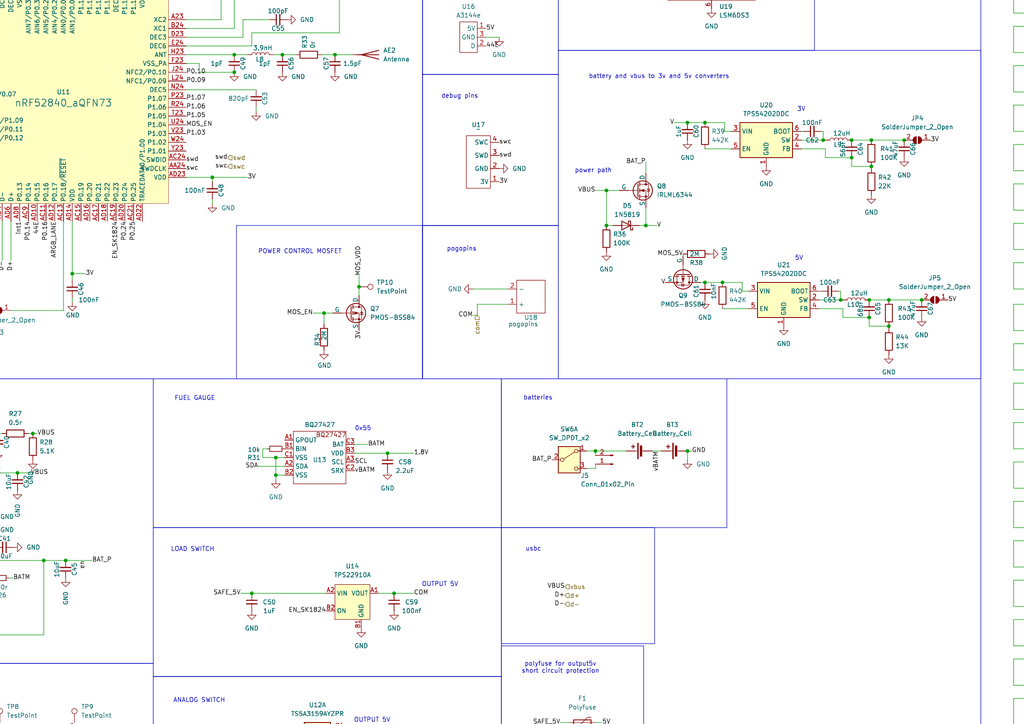
<source format=kicad_sch>
(kicad_sch (version 20231120) (generator "eeschema") (generator_version "8.0")
  (paper "A4")
  (junction (at -41.275 37.465))
  (junction (at 80.01 137.795))
  (junction (at 252.73 48.26))
  (junction (at 12.065 -22.225))
  (junction (at 209.55 81.915))
  (junction (at 187.325 65.405))
  (junction (at 252.095 92.075))
  (junction (at 252.095 86.995))
  (junction (at -5.08 158.75))
  (junction (at 61.595 51.435))
  (junction (at 262.255 40.64))
  (junction (at 204.47 81.915))
  (junction (at 238.76 40.64))
  (junction (at 67.945 15.875))
  (junction (at 247.015 40.64))
  (junction (at 9.525 125.73))
  (junction (at -56.515 -3.175))
  (junction (at 12.065 -17.145))
  (junction (at -3.81 167.64))
  (junction (at 243.84 86.995))
  (junction (at 67.945 20.955))
  (junction (at 267.335 86.995))
  (junction (at -37.465 40.005))
  (junction (at 93.98 90.805))
  (junction (at 252.73 40.64))
  (junction (at 45.085 -8.255))
  (junction (at 80.01 132.715))
  (junction (at -45.085 -3.175))
  (junction (at 20.955 79.375))
  (junction (at 199.39 130.81))
  (junction (at -8.89 137.16))
  (junction (at 5.08 137.16))
  (junction (at -45.085 -10.795))
  (junction (at 175.895 65.405))
  (junction (at -5.08 162.56))
  (junction (at 70.485 -10.795))
  (junction (at 67.945 -12.065))
  (junction (at -8.89 149.86))
  (junction (at -0.635 125.73))
  (junction (at 19.05 162.56))
  (junction (at 81.915 15.875))
  (junction (at 77.47 234.95))
  (junction (at 112.395 131.445))
  (junction (at 247.015 45.72))
  (junction (at -8.89 176.53))
  (junction (at 114.3 172.085))
  (junction (at 144.145 -13.335))
  (junction (at 199.39 35.56))
  (junction (at 97.155 15.875))
  (junction (at 317.5641 -13.335))
  (junction (at 73.025 172.085))
  (junction (at 67.945 -19.685))
  (junction (at 81.915 213.995))
  (junction (at 257.81 86.995))
  (junction (at 104.14 83.185))
  (junction (at 207.01 -30.48))
  (junction (at 172.72 130.81))
  (junction (at 5.715 -22.225))
  (junction (at -8.89 139.7))
  (junction (at -8.89 153.67))
  (junction (at -45.085 90.043))
  (junction (at 12.7 162.56))
  (junction (at 257.81 94.615))
  (junction (at -37.211 90.043))
  (junction (at -8.89 184.15))
  (junction (at 79.375 -10.795))
  (junction (at 175.895 55.245))
  (junction (at 79.375 -12.065))
  (junction (at 204.47 35.56))
  (no_connect (at 299.72 282.575))
  (no_connect (at 99.695 211.455))
  (no_connect (at 33.655 -6.985))
  (wire (pts (xy 299.72 259.715) (xy 294.005 259.715)))
  (wire (pts (xy -3.175 66.675) (xy -1.905 66.675)))
  (wire (pts (xy -26.035 32.385) (xy -17.145 32.385)))
  (wire (pts (xy 320.04 158.75) (xy 313.055 158.75)))
  (wire (pts (xy -26.035 31.115) (xy -26.035 32.385)))
  (wire (pts (xy -56.515 -10.795) (xy -56.515 -3.175)))
  (wire (pts (xy 79.375 -10.795) (xy 79.375 -9.525)))
  (wire (pts (xy 140.97 -10.795) (xy 152.4 -10.795)))
  (wire (pts (xy 5.715 -17.145) (xy 12.065 -17.145)))
  (wire (pts (xy 294.005 168.275) (xy 294.005 175.895)))
  (wire (pts (xy 294.005 -3.81) (xy 294.005 3.81)))
  (wire (pts (xy -33.655 12.065) (xy -17.145 12.065)))
  (wire (pts (xy 299.72 111.125) (xy 294.005 111.125)))
  (wire (pts (xy 294.005 278.765) (xy 320.04 278.765)))
  (wire (pts (xy 294.005 7.62) (xy 294.005 15.24)))
  (wire (pts (xy 320.04 175.895) (xy 320.04 181.61)))
  (wire (pts (xy 191.77 130.81) (xy 189.23 130.81)))
  (wire (pts (xy 294.005 30.48) (xy 294.005 38.1)))
  (wire (pts (xy 79.375 -10.795) (xy 70.485 -10.795)))
  (wire (pts (xy 243.84 86.995) (xy 237.49 86.995)))
  (wire (pts (xy 3.175 64.135) (xy 3.175 75.565)))
  (wire (pts (xy 294.005 -7.62) (xy 320.04 -7.62)))
  (wire (pts (xy 45.085 -8.255) (xy 46.355 -8.255)))
  (wire (pts (xy 299.72 213.995) (xy 294.005 213.995)))
  (wire (pts (xy -37.211 76.581) (xy -37.211 90.043)))
  (wire (pts (xy 320.04 267.335) (xy 320.04 273.05)))
  (wire (pts (xy 294.005 236.855) (xy 294.005 244.475)))
  (wire (pts (xy 61.595 59.055) (xy 61.595 57.785)))
  (wire (pts (xy -33.655 -3.175) (xy -33.655 12.065)))
  (wire (pts (xy 320.04 221.615) (xy 320.04 227.33)))
  (wire (pts (xy 98.425 9.525) (xy 98.425 -33.655)))
  (wire (pts (xy 299.72 7.62) (xy 294.005 7.62)))
  (wire (pts (xy 294.005 213.995) (xy 294.005 221.615)))
  (wire (pts (xy -3.81 129.54) (xy -8.89 129.54)))
  (wire (pts (xy 198.12 73.66) (xy 198.12 74.295)))
  (wire (pts (xy 144.78 10.795) (xy 140.97 10.795)))
  (wire (pts (xy -47.625 42.545) (xy -17.145 42.545)))
  (wire (pts (xy 144.145 -20.955) (xy 128.905 -20.955)))
  (wire (pts (xy 294.005 191.135) (xy 299.72 191.135)))
  (wire (pts (xy 41.275 -8.255) (xy 41.275 -6.985)))
  (wire (pts (xy 19.05 162.56) (xy 12.7 162.56)))
  (wire (pts (xy 172.72 209.55) (xy 174.625 209.55)))
  (wire (pts (xy 294.005 99.695) (xy 294.005 107.315)))
  (wire (pts (xy 61.595 51.435) (xy 71.755 51.435)))
  (wire (pts (xy 206.375 -27.94) (xy 206.375 -30.48)))
  (wire (pts (xy 53.975 13.335) (xy 73.025 13.335)))
  (wire (pts (xy 74.295 32.385) (xy 74.295 31.115)))
  (wire (pts (xy 299.72 64.77) (xy 294.005 64.77)))
  (wire (pts (xy 252.73 48.895) (xy 252.73 48.26)))
  (wire (pts (xy 320.04 153.035) (xy 320.04 158.75)))
  (wire (pts (xy 299.72 99.695) (xy 294.005 99.695)))
  (wire (pts (xy 294.005 225.425) (xy 294.005 233.045)))
  (wire (pts (xy 294.005 259.715) (xy 294.005 267.335)))
  (wire (pts (xy 294.005 72.39) (xy 320.04 72.39)))
  (wire (pts (xy 0.635 -26.035) (xy 0.635 -22.225)))
  (wire (pts (xy 320.04 26.67) (xy 320.04 32.385)))
  (wire (pts (xy 106.68 128.905) (xy 102.87 128.905)))
  (wire (pts (xy 41.275 -8.255) (xy 45.085 -8.255)))
  (wire (pts (xy 90.805 90.805) (xy 93.98 90.805)))
  (wire (pts (xy 142.875 -8.255) (xy 140.97 -8.255)))
  (wire (pts (xy 77.47 130.175) (xy 76.2 130.175)))
  (wire (pts (xy 320.04 83.82) (xy 320.04 90.17)))
  (wire (pts (xy 239.395 45.72) (xy 247.015 45.72)))
  (wire (pts (xy 239.395 40.64) (xy 238.76 40.64)))
  (wire (pts (xy -39.497 76.581) (xy -37.211 76.581)))
  (wire (pts (xy -8.89 137.16) (xy -8.89 139.7)))
  (wire (pts (xy 294.005 164.465) (xy 320.04 164.465)))
  (wire (pts (xy 320.04 164.465) (xy 320.04 170.18)))
  (wire (pts (xy 2.54 167.64) (xy 3.81 167.64)))
  (wire (pts (xy -43.815 37.465) (xy -41.275 37.465)))
  (wire (pts (xy -8.89 149.86) (xy -8.89 153.67)))
  (wire (pts (xy -61.087 76.581) (xy -61.087 31.115)))
  (wire (pts (xy 299.72 145.415) (xy 294.005 145.415)))
  (wire (pts (xy 138.43 91.44) (xy 137.16 91.44)))
  (wire (pts (xy 76.835 -19.685) (xy 79.375 -19.685)))
  (wire (pts (xy 204.47 35.56) (xy 210.185 35.56)))
  (wire (pts (xy -56.515 -3.175) (xy -55.245 -3.175)))
  (wire (pts (xy 67.945 -12.065) (xy 71.755 -12.065)))
  (wire (pts (xy 294.005 267.335) (xy 320.04 267.335)))
  (wire (pts (xy 208.915 -30.48) (xy 208.915 -27.94)))
  (wire (pts (xy -3.81 167.64) (xy -8.89 167.64)))
  (wire (pts (xy 76.2 132.715) (xy 80.01 132.715)))
  (wire (pts (xy 70.485 5.715) (xy 78.105 5.715)))
  (wire (pts (xy 320.04 227.33) (xy 313.055 227.33)))
  (wire (pts (xy -7.62 137.16) (xy -8.89 137.16)))
  (wire (pts (xy 320.04 261.62) (xy 313.055 261.62)))
  (wire (pts (xy -3.81 184.15) (xy 12.7 184.15)))
  (wire (pts (xy 299.72 -3.81) (xy 294.005 -3.81)))
  (wire (pts (xy 128.905 -20.955) (xy 128.905 -0.635)))
  (wire (pts (xy 67.945 -13.335) (xy 67.945 -12.065)))
  (wire (pts (xy 210.185 35.56) (xy 210.185 38.1)))
  (wire (pts (xy -20.955 50.165) (xy -17.145 50.165)))
  (wire (pts (xy 172.72 135.89) (xy 170.18 135.89)))
  (wire (pts (xy -8.89 176.53) (xy -8.89 184.15)))
  (wire (pts (xy -47.625 50.165) (xy -47.625 42.545)))
  (wire (pts (xy 206.375 -30.48) (xy 207.01 -30.48)))
  (wire (pts (xy 9.525 125.73) (xy 10.795 125.73)))
  (wire (pts (xy 294.005 53.34) (xy 294.005 60.96)))
  (wire (pts (xy 294.005 118.745) (xy 320.04 118.745)))
  (wire (pts (xy 104.14 80.01) (xy 104.14 83.185)))
  (wire (pts (xy 104.14 83.185) (xy 104.14 85.725)))
  (wire (pts (xy 313.055 -13.335) (xy 317.5641 -13.335)))
  (wire (pts (xy 38.735 -6.985) (xy 38.735 -26.289)))
  (wire (pts (xy 320.04 -1.905) (xy 313.055 -1.905)))
  (wire (pts (xy -41.275 37.465) (xy -17.145 37.465)))
  (wire (pts (xy -13.335 -17.145) (xy -17.145 -17.145)))
  (wire (pts (xy 294.005 255.905) (xy 320.04 255.905)))
  (wire (pts (xy 172.72 130.81) (xy 170.18 130.81)))
  (wire (pts (xy 98.425 -33.655) (xy 12.065 -33.655)))
  (wire (pts (xy -8.89 158.75) (xy -5.08 158.75)))
  (wire (pts (xy 144.145 -13.335) (xy 151.13 -13.335)))
  (wire (pts (xy 12.7 184.15) (xy 12.7 162.56)))
  (wire (pts (xy 61.595 51.435) (xy 61.595 52.705)))
  (wire (pts (xy -1.905 -17.145) (xy -1.905 -6.985)))
  (wire (pts (xy 320.04 32.385) (xy 313.055 32.385)))
  (wire (pts (xy 20.955 79.375) (xy 20.955 81.28)))
  (wire (pts (xy 73.025 13.335) (xy 73.025 9.525)))
  (wire (pts (xy 320.04 90.17) (xy 313.055 90.17)))
  (wire (pts (xy 61.087 -26.289) (xy 64.262 -26.289)))
  (wire (pts (xy -45.085 -3.175) (xy -33.655 -3.175)))
  (wire (pts (xy -45.085 88.265) (xy -45.085 90.043)))
  (wire (pts (xy 172.72 134.62) (xy 172.72 135.89)))
  (wire (pts (xy 209.55 89.535) (xy 217.17 89.535)))
  (wire (pts (xy -5.08 158.75) (xy -5.08 162.56)))
  (wire (pts (xy 320.04 55.245) (xy 313.055 55.245)))
  (wire (pts (xy 147.32 83.82) (xy 137.16 83.82)))
  (wire (pts (xy 320.04 244.475) (xy 320.04 250.19)))
  (wire (pts (xy 65.405 -10.795) (xy 70.485 -10.795)))
  (wire (pts (xy 299.72 156.845) (xy 294.005 156.845)))
  (wire (pts (xy 320.04 66.675) (xy 313.055 66.675)))
  (wire (pts (xy 80.01 137.795) (xy 82.55 137.795)))
  (wire (pts (xy 320.04 238.76) (xy 313.055 238.76)))
  (wire (pts (xy 181.61 130.81) (xy 172.72 130.81)))
  (wire (pts (xy 294.005 19.05) (xy 294.005 26.67)))
  (wire (pts (xy 320.04 43.815) (xy 313.055 43.815)))
  (wire (pts (xy 320.04 20.955) (xy 313.055 20.955)))
  (wire (pts (xy 80.01 132.715) (xy 82.55 132.715)))
  (wire (pts (xy 109.855 172.085) (xy 114.3 172.085)))
  (wire (pts (xy 243.84 84.455) (xy 243.84 86.995)))
  (wire (pts (xy 322.58 -36.83) (xy 322.58 -36.195)))
  (wire (pts (xy 294.005 271.145) (xy 294.005 278.765)))
  (wire (pts (xy 294.005 95.885) (xy 320.04 95.885)))
  (wire (pts (xy 79.375 15.875) (xy 81.915 15.875)))
  (wire (pts (xy 53.975 5.715) (xy 64.135 5.715)))
  (wire (pts (xy 294.005 130.175) (xy 320.04 130.175)))
  (wire (pts (xy -5.08 162.56) (xy -8.89 162.56)))
  (wire (pts (xy 294.005 141.605) (xy 320.04 141.605)))
  (wire (pts (xy 45.085 -18.415) (xy 45.085 -15.875)))
  (wire (pts (xy 257.81 86.995) (xy 252.095 86.995)))
  (wire (pts (xy 320.04 193.04) (xy 313.055 193.04)))
  (wire (pts (xy 65.405 -15.875) (xy 65.405 -10.795)))
  (wire (pts (xy 320.04 187.325) (xy 320.04 193.04)))
  (wire (pts (xy 53.975 10.795) (xy 70.485 10.795)))
  (wire (pts (xy -45.085 90.17) (xy -46.355 90.17)))
  (wire (pts (xy 53.975 26.035) (xy 74.295 26.035)))
  (wire (pts (xy 8.255 125.73) (xy 9.525 125.73)))
  (wire (pts (xy 247.015 48.26) (xy 247.015 45.72)))
  (wire (pts (xy 294.005 133.985) (xy 299.72 133.985)))
  (wire (pts (xy 299.72 53.34) (xy 294.005 53.34)))
  (wire (pts (xy 200.66 130.81) (xy 199.39 130.81)))
  (wire (pts (xy 12.065 -33.655) (xy 12.065 -22.225)))
  (wire (pts (xy -46.355 90.17) (xy -46.355 93.345)))
  (wire (pts (xy 299.72 168.275) (xy 294.005 168.275)))
  (wire (pts (xy 18.415 64.135) (xy 18.415 90.043)))
  (wire (pts (xy -3.81 139.7) (xy -3.81 129.54)))
  (wire (pts (xy 294.005 145.415) (xy 294.005 153.035)))
  (wire (pts (xy 12.7 162.56) (xy -5.08 162.56)))
  (wire (pts (xy -47.117 76.581) (xy -61.087 76.581)))
  (wire (pts (xy 67.945 -19.685) (xy 67.945 -18.415)))
  (wire (pts (xy 244.475 89.535) (xy 244.475 92.075)))
  (wire (pts (xy 138.43 91.44) (xy 138.43 88.265)))
  (wire (pts (xy 294.005 111.125) (xy 294.005 118.745)))
  (wire (pts (xy 76.835 -12.065) (xy 79.375 -12.065)))
  (wire (pts (xy 70.485 10.795) (xy 70.485 5.715)))
  (wire (pts (xy 320.04 107.315) (xy 320.04 113.03)))
  (wire (pts (xy 294.005 -15.24) (xy 294.005 -7.62)))
  (wire (pts (xy -45.085 90.043) (xy -37.211 90.043)))
  (wire (pts (xy 67.945 8.255) (xy 53.975 8.255)))
  (wire (pts (xy 162.56 209.55) (xy 165.1 209.55)))
  (wire (pts (xy 175.895 65.405) (xy 177.8 65.405)))
  (wire (pts (xy 299.72 30.48) (xy 294.005 30.48)))
  (wire (pts (xy 320.04 113.03) (xy 313.055 113.03)))
  (wire (pts (xy 53.975 15.875) (xy 67.945 15.875)))
  (wire (pts (xy 93.98 90.805) (xy 96.52 90.805)))
  (wire (pts (xy 69.85 172.085) (xy 73.025 172.085)))
  (wire (pts (xy 320.04 72.39) (xy 320.04 78.105)))
  (wire (pts (xy 175.895 55.245) (xy 175.895 65.405)))
  (wire (pts (xy 203.2 81.915) (xy 204.47 81.915)))
  (wire (pts (xy -8.89 185.42) (xy -8.89 184.15)))
  (wire (pts (xy 3.175 -22.225) (xy 5.715 -22.225)))
  (wire (pts (xy 238.76 40.64) (xy 232.41 40.64)))
  (wire (pts (xy 294.005 41.91) (xy 294.005 49.53)))
  (wire (pts (xy 252.73 40.64) (xy 247.015 40.64)))
  (wire (pts (xy 320.04 215.9) (xy 313.055 215.9)))
  (wire (pts (xy -3.81 167.64) (xy -3.81 176.53)))
  (wire (pts (xy 182.245 -14.605) (xy 182.245 -10.16)))
  (wire (pts (xy -43.815 40.005) (xy -37.465 40.005)))
  (wire (pts (xy 294.005 225.425) (xy 299.72 225.425)))
  (wire (pts (xy 175.895 55.245) (xy 179.705 55.245)))
  (wire (pts (xy 320.04 130.175) (xy 320.04 135.89)))
  (wire (pts (xy 114.3 172.085) (xy 120.015 172.085)))
  (wire (pts (xy 215.265 84.455) (xy 217.17 84.455)))
  (wire (pts (xy 93.345 15.875) (xy 97.155 15.875)))
  (wire (pts (xy 0.635 -26.035) (xy 5.715 -26.035)))
  (wire (pts (xy 18.415 90.043) (xy 3.175 90.043)))
  (wire (pts (xy 320.04 49.53) (xy 320.04 55.245)))
  (wire (pts (xy 187.325 65.405) (xy 190.5 65.405)))
  (wire (pts (xy 320.04 38.1) (xy 320.04 43.815)))
  (wire (pts (xy 299.72 248.285) (xy 294.005 248.285)))
  (wire (pts (xy 294.005 60.96) (xy 320.04 60.96)))
  (wire (pts (xy 294.005 64.77) (xy 294.005 72.39)))
  (wire (pts (xy 74.93 135.255) (xy 82.55 135.255)))
  (wire (pts (xy 57.785 18.415) (xy 57.785 20.955)))
  (wire (pts (xy 320.04 255.905) (xy 320.04 261.62)))
  (wire (pts (xy 299.72 -15.24) (xy 294.005 -15.24)))
  (wire (pts (xy 294.005 248.285) (xy 294.005 255.905)))
  (wire (pts (xy -33.655 56.515) (xy -33.655 55.245)))
  (wire (pts (xy -37.211 90.043) (xy -4.445 90.043)))
  (wire (pts (xy 320.04 118.745) (xy 320.04 124.46)))
  (wire (pts (xy 294.005 153.035) (xy 320.04 153.035)))
  (wire (pts (xy 294.005 38.1) (xy 320.04 38.1)))
  (wire (pts (xy -8.89 176.53) (xy -8.89 171.45)))
  (wire (pts (xy 320.04 135.89) (xy 313.055 135.89)))
  (wire (pts (xy 320.04 278.765) (xy 320.04 284.48)))
  (wire (pts (xy 320.04 -7.62) (xy 320.04 -1.905)))
  (wire (pts (xy 76.2 130.175) (xy 76.2 132.715)))
  (wire (pts (xy 320.04 124.46) (xy 313.055 124.46)))
  (wire (pts (xy 294.005 3.81) (xy 320.04 3.81)))
  (wire (pts (xy 294.005 122.555) (xy 294.005 130.175)))
  (wire (pts (xy 93.98 93.98) (xy 93.98 90.805)))
  (wire (pts (xy 210.185 38.1) (xy 212.09 38.1)))
  (wire (pts (xy 299.72 41.91) (xy 294.005 41.91)))
  (wire (pts (xy 294.005 187.325) (xy 320.04 187.325)))
  (wire (pts (xy 320.04 170.18) (xy 313.055 170.18)))
  (wire (pts (xy 294.005 15.24) (xy 320.04 15.24)))
  (wire (pts (xy 73.025 172.085) (xy 94.615 172.085)))
  (wire (pts (xy 80.01 137.795) (xy 80.01 132.715)))
  (wire (pts (xy 38.735 -26.289) (xy 43.307 -26.289)))
  (wire (pts (xy 247.015 48.26) (xy 252.73 48.26)))
  (wire (pts (xy -50.165 -3.175) (xy -45.085 -3.175)))
  (wire (pts (xy 252.095 94.615) (xy 252.095 92.075)))
  (wire (pts (xy 299.72 76.2) (xy 294.005 76.2)))
  (wire (pts (xy 20.955 64.135) (xy 20.955 79.375)))
  (wire (pts (xy 112.395 131.445) (xy 120.015 131.445)))
  (wire (pts (xy 79.375 -12.065) (xy 79.375 -10.795)))
  (wire (pts (xy -45.085 90.17) (xy -45.085 90.043)))
  (wire (pts (xy 79.375 213.995) (xy 81.915 213.995)))
  (wire (pts (xy 252.73 40.64) (xy 262.255 40.64)))
  (wire (pts (xy -17.145 9.525) (xy -31.115 9.525)))
  (wire (pts (xy 67.945 -19.685) (xy 71.755 -19.685)))
  (wire (pts (xy 53.975 51.435) (xy 61.595 51.435)))
  (wire (pts (xy 207.01 -30.48) (xy 208.915 -30.48)))
  (wire (pts (xy 257.81 86.995) (xy 267.335 86.995)))
  (wire (pts (xy 294.005 244.475) (xy 320.04 244.475)))
  (wire (pts (xy 79.375 -19.685) (xy 79.375 -12.065)))
  (wire (pts (xy 299.72 236.855) (xy 294.005 236.855)))
  (wire (pts (xy 320.04 181.61) (xy 313.055 181.61)))
  (wire (pts (xy 5.08 137.16) (xy 0 137.16)))
  (wire (pts (xy 320.04 95.885) (xy 320.04 101.6)))
  (wire (pts (xy 294.005 88.265) (xy 294.005 95.885)))
  (wire (pts (xy 73.025 9.525) (xy 98.425 9.525)))
  (wire (pts (xy -45.085 -10.795) (xy -45.085 -9.525)))
  (wire (pts (xy 102.87 131.445) (xy 112.395 131.445)))
  (wire (pts (xy 182.245 -5.08) (xy 191.135 -5.08)))
  (wire (pts (xy 320.04 78.105) (xy 313.055 78.105)))
  (wire (pts (xy 294.005 156.845) (xy 294.005 164.465)))
  (wire (pts (xy 204.47 43.18) (xy 212.09 43.18)))
  (wire (pts (xy -8.89 134.62) (xy -8.89 137.16)))
  (wire (pts (xy 199.39 35.56) (xy 204.47 35.56)))
  (wire (pts (xy 320.04 250.19) (xy 313.055 250.19)))
  (wire (pts (xy 294.005 83.82) (xy 320.04 83.82)))
  (wire (pts (xy 64.135 -19.685) (xy 67.945 -19.685)))
  (wire (pts (xy 244.475 86.995) (xy 243.84 86.995)))
  (wire (pts (xy 19.05 162.56) (xy 26.67 162.56)))
  (wire (pts (xy 237.49 89.535) (xy 244.475 89.535)))
  (wire (pts (xy 244.475 92.075) (xy 252.095 92.075)))
  (wire (pts (xy 320.04 15.24) (xy 320.04 20.955)))
  (wire (pts (xy 320.04 9.525) (xy 313.055 9.525)))
  (wire (pts (xy 294.005 76.2) (xy 294.005 83.82)))
  (wire (pts (xy 299.72 202.565) (xy 294.005 202.565)))
  (wire (pts (xy -20.955 56.515) (xy -20.955 55.245)))
  (wire (pts (xy 64.135 5.715) (xy 64.135 -19.685)))
  (wire (pts (xy 294.005 202.565) (xy 294.005 210.185)))
  (wire (pts (xy 204.47 81.915) (xy 209.55 81.915)))
  (wire (pts (xy 320.04 284.48) (xy 313.055 284.48)))
  (wire (pts (xy 179.705 -14.605) (xy 182.245 -14.605)))
  (wire (pts (xy 233.045 38.1) (xy 232.41 38.1)))
  (wire (pts (xy -56.515 -3.175) (xy -56.515 -0.635)))
  (wire (pts (xy -47.625 56.515) (xy -47.625 55.245)))
  (wire (pts (xy 320.04 273.05) (xy 313.055 273.05)))
  (wire (pts (xy 299.72 271.145) (xy 294.005 271.145)))
  (wire (pts (xy 5.715 -26.035) (xy 5.715 -22.225)))
  (wire (pts (xy -0.635 125.73) (xy 0.635 125.73)))
  (wire (pts (xy 81.915 213.995) (xy 84.455 213.995)))
  (wire (pts (xy 320.04 3.81) (xy 320.04 9.525)))
  (wire (pts (xy 243.205 84.455) (xy 243.84 84.455)))
  (wire (pts (xy -50.165 -10.795) (xy -45.085 -10.795)))
  (wire (pts (xy 294.005 210.185) (xy 320.04 210.185)))
  (wire (pts (xy -61.087 31.115) (xy -26.035 31.115)))
  (wire (pts (xy -37.465 26.035) (xy -37.465 27.94)))
  (wire (pts (xy 187.325 46.99) (xy 187.325 50.165)))
  (wire (pts (xy -5.08 158.75) (xy -1.27 158.75)))
  (wire (pts (xy 80.01 139.065) (xy 80.01 137.795)))
  (wire (pts (xy 294.005 233.045) (xy 320.04 233.045)))
  (wire (pts (xy 238.125 38.1) (xy 238.76 38.1)))
  (wire (pts (xy -45.085 -10.795) (xy -31.115 -10.795)))
  (wire (pts (xy 53.975 18.415) (xy 57.785 18.415)))
  (wire (pts (xy -17.145 47.625) (xy -33.655 47.625)))
  (wire (pts (xy 317.5641 -13.335) (xy 322.58 -13.335)))
  (wire (pts (xy 215.265 81.915) (xy 215.265 84.455)))
  (wire (pts (xy 294.005 26.67) (xy 320.04 26.67)))
  (wire (pts (xy 8.89 137.16) (xy 5.08 137.16)))
  (wire (pts (xy 294.005 107.315) (xy 320.04 107.315)))
  (wire (pts (xy 144.145 -13.335) (xy 140.97 -13.335)))
  (wire (pts (xy -7.62 144.78) (xy -8.89 144.78)))
  (wire (pts (xy 320.04 233.045) (xy 320.04 238.76)))
  (wire (pts (xy -27.305 3.175) (xy -27.305 6.985)))
  (wire (pts (xy 199.39 130.81) (xy 199.39 133.35)))
  (wire (pts (xy -37.465 40.005) (xy -17.145 40.005)))
  (wire (pts (xy 67.945 15.875) (xy 71.755 15.875)))
  (wire (pts (xy -33.655 47.625) (xy -33.655 50.165)))
  (wire (pts (xy 20.955 87.63) (xy 20.955 86.36)))
  (wire (pts (xy 209.55 81.915) (xy 215.265 81.915)))
  (wire (pts (xy 294.005 191.135) (xy 294.005 198.755)))
  (wire (pts (xy 257.81 95.25) (xy 257.81 94.615)))
  (wire (pts (xy 172.72 55.245) (xy 175.895 55.245)))
  (wire (pts (xy 207.01 -34.29) (xy 207.01 -30.48)))
  (wire (pts (xy -45.085 -4.445) (xy -45.085 -3.175)))
  (wire (pts (xy 330.2 -13.335) (xy 330.835 -13.335)))
  (wire (pts (xy 0.635 64.135) (xy 0.635 75.565)))
  (wire (pts (xy 24.765 79.375) (xy 20.955 79.375)))
  (wire (pts (xy 3.175 -6.985) (xy 3.175 -22.225)))
  (wire (pts (xy 294.005 179.705) (xy 294.005 187.325)))
  (wire (pts (xy 185.42 65.405) (xy 187.325 65.405)))
  (wire (pts (xy 320.04 141.605) (xy 320.04 147.32)))
  (wire (pts (xy 320.04 198.755) (xy 320.04 204.47)))
  (wire (pts (xy 172.72 130.81) (xy 172.72 132.08)))
  (wire (pts (xy -1.905 66.675) (xy -1.905 64.135)))
  (wire (pts (xy 77.47 234.95) (xy 83.82 234.95)))
  (wire (pts (xy 294.005 133.985) (xy 294.005 141.605)))
  (wire (pts (xy 299.72 122.555) (xy 294.005 122.555)))
  (wire (pts (xy 320.04 210.185) (xy 320.04 215.9)))
  (wire (pts (xy 97.155 15.875) (xy 102.235 15.875)))
  (wire (pts (xy 320.04 147.32) (xy 313.055 147.32)))
  (wire (pts (xy 5.715 -22.225) (xy 12.065 -22.225)))
  (wire (pts (xy 294.005 175.895) (xy 320.04 175.895)))
  (wire (pts (xy -37.465 35.56) (xy -37.465 40.005)))
  (wire (pts (xy 294.005 198.755) (xy 320.04 198.755)))
  (wire (pts (xy 67.945 -12.065) (xy 67.945 8.255)))
  (wire (pts (xy 299.72 88.265) (xy 294.005 88.265)))
  (wire (pts (xy 299.72 19.05) (xy 294.005 19.05)))
  (wire (pts (xy -56.515 -10.795) (xy -55.245 -10.795)))
  (wire (pts (xy 195.58 35.56) (xy 199.39 35.56)))
  (wire (pts (xy 187.325 65.405) (xy 187.325 60.325)))
  (wire (pts (xy -8.89 125.73) (xy -0.635 125.73)))
  (wire (pts (xy -41.275 37.465) (xy -41.275 35.56)))
  (wire (pts (xy 81.915 15.875) (xy 85.725 15.875)))
  (wire (pts (xy 299.72 179.705) (xy 294.005 179.705)))
  (wire (pts (xy 57.785 20.955) (xy 67.945 20.955)))
  (wire (pts (xy 70.485 -10.795) (xy 70.485 -15.875)))
  (wire (pts (xy 320.04 204.47) (xy 313.055 204.47)))
  (wire (pts (xy -2.54 167.64) (xy -3.81 167.64)))
  (wire (pts (xy 238.125 84.455) (xy 237.49 84.455)))
  (wire (pts (xy -8.255 -17.145) (xy -1.905 -17.145)))
  (wire (pts (xy 232.41 43.18) (xy 239.395 43.18)))
  (wire (pts (xy 320.04 60.96) (xy 320.04 66.675)))
  (wire (pts (xy -27.305 6.985) (xy -17.145 6.985)))
  (wire (pts (xy 26.035 -13.97) (xy 26.035 -6.985)))
  (wire (pts (xy 294.005 49.53) (xy 320.04 49.53)))
  (wire (pts (xy 128.905 -0.635) (xy 142.875 -0.635)))
  (wire (pts (xy 81.915 215.9) (xy 81.915 213.995)))
  (wire (pts (xy -47.625 88.265) (xy -45.085 88.265)))
  (wire (pts (xy 45.085 -8.255) (xy 45.085 -10.795)))
  (wire (pts (xy 238.76 38.1) (xy 238.76 40.64)))
  (wire (pts (xy -31.115 9.525) (xy -31.115 -10.795)))
  (wire (pts (xy 50.927 -26.289) (xy 53.467 -26.289)))
  (wire (pts (xy -41.275 26.035) (xy -41.275 27.94)))
  (wire (pts (xy 239.395 43.18) (xy 239.395 45.72)))
  (wire (pts (xy 138.43 88.265) (xy 147.32 88.265)))
  (wire (pts (xy 252.095 94.615) (xy 257.81 94.615)))
  (wire (pts (xy 294.005 221.615) (xy 320.04 221.615)))
  (wire (pts (xy 76.835 234.95) (xy 77.47 234.95)))
  (wire (pts (xy 320.04 101.6) (xy 313.055 101.6)))
  (wire (pts (xy 142.875 -8.255) (xy 142.875 -0.635)))
  (rectangle (start -50.165 93.345) (end -42.545 102.87))
  (rectangle (start 284.48 -44.45) (end 347.98 295.275))
  (rectangle (start -76.2 109.855) (end 44.45 192.405))
  (rectangle (start 122.555 65.405) (end 161.925 109.855))
  (rectangle (start 44.45 109.855) (end 145.415 153.035))
  (rectangle (start 44.45 196.215) (end 145.415 251.46))
  (rectangle (start 145.415 153.035) (end 189.865 186.69))
  (rectangle (start 68.58 65.405) (end 122.555 109.855))
  (rectangle (start -76.2 -43.815) (end 122.555 109.855))
  (rectangle (start 44.45 153.035) (end 145.415 196.215))
  (rectangle (start 161.925 -43.815) (end 236.22 14.605))
  (rectangle (start 145.415 187.325) (end 186.69 218.44))
  (rectangle (start 161.925 14.605) (end 284.48 109.855))
  (rectangle (start 122.555 21.59) (end 161.925 65.405))
  (rectangle (start 122.555 -43.815) (end 161.925 21.59))
  (rectangle (start 145.415 109.855) (end 210.82 153.035))
  (rectangle (start -76.2 192.405) (end 44.45 221.615))
  (text "a lot of argbleds" (at 289.56 -38.1 0) (effects (font (size 1.27 1.27)) (justify left bottom)))
  (text "2s battery charger circuit" (at -57.15 116.84 0) (effects (font (size 1.27 1.27))))
  (text "usbc" (at 152.4 160.02 0) (effects (font (size 1.27 1.27)) (justify left bottom)))
  (text "RX OF NRF" (at 109.22 214.63 0) (effects (font (size 1.27 1.27))))
  (text "0x55\n" (at 102.87 125.095 0) (effects (font (size 1.27 1.27)) (justify left bottom)))
  (text "ANALOG SWITCH" (at 57.785 203.2 0) (effects (font (size 1.27 1.27))))
  (text "POGOPIN+" (at 75.565 211.455 0) (effects (font (size 1.27 1.27))))
  (text "5V\n" (at 231.775 74.93 0) (effects (font (size 1.27 1.27))))
  (text "polyfuse for output5v\nshort circuit protection" (at 162.56 193.675 0) (effects (font (size 1.27 1.27))))
  (text "OUTPUT 5V" (at 127.635 169.545 0) (effects (font (size 1.27 1.27))))
  (text "power path\n" (at 172.085 49.53 0) (effects (font (size 1.27 1.27))))
  (text "3V" (at 232.41 31.75 0) (effects (font (size 1.27 1.27))))
  (text "debug pins" (at 133.35 27.94 0) (effects (font (size 1.27 1.27))))
  (text "battery and vbus to 3v and 5v converters" (at 191.135 22.225 0) (effects (font (size 1.27 1.27))))
  (text "POWER CONTROL MOSFET" (at 86.995 73.025 0) (effects (font (size 1.27 1.27))))
  (text "gyroscope" (at 173.99 -38.1 0) (effects (font (size 1.27 1.27))))
  (text "FUEL GAUGE\n" (at 56.515 115.57 0) (effects (font (size 1.27 1.27))))
  (text "batteries\n" (at 151.765 116.205 0) (effects (font (size 1.27 1.27)) (justify left bottom)))
  (text "because that there is an orientation\nto the hall effect sensor i have\ntwo footprints that are facing both \nways just incase that one of the\norientations are not correct" (at 142.24 -34.925 0) (effects (font (size 1.27 1.27))))
  (text "voltage test pads\n" (at -16.51 197.485 0) (effects (font (size 1.27 1.27))))
  (text "pogopins" (at 129.54 73.025 0) (effects (font (size 1.27 1.27)) (justify left bottom)))
  (text "OUTPUT 5V" (at 107.95 208.915 0) (effects (font (size 1.27 1.27))))
  (text "nrf" (at -60.96 -33.655 0) (effects (font (size 1.27 1.27))))
  (text "hall effect sensor" (at 132.08 -23.495 0) (effects (font (size 1.27 1.27)) (justify left bottom)))
  (text "LOAD SWITCH" (at 55.88 159.385 0) (effects (font (size 1.27 1.27))))
  (text "GPIO OF NRF" (at 102.87 219.71 0) (effects (font (size 1.27 1.27))))
  (label "LED6" (at -67.31 152.4 90) (property "Intersheetrefs" "${INTERSHEET_REFS}" (effects (hide yes))))
  (label "SAFE_5V" (at 162.56 209.55 180) (property "Intersheetrefs" "${INTERSHEET_REFS}" (effects (hide yes))))
  (label "3V" (at 24.765 79.375 0) (property "Intersheetrefs" "${INTERSHEET_REFS}" (effects (hide yes))))
  (label "BATM" (at 106.68 128.905 0) (property "Intersheetrefs" "${INTERSHEET_REFS}" (effects (hide yes))))
  (label "ARGBLED_5V" (at 313.055 133.985 0) (property "Intersheetrefs" "${INTERSHEET_REFS}" (effects (hide yes))))
  (label "5V" (at 274.955 86.995 0) (property "Intersheetrefs" "${INTERSHEET_REFS}" (effects (hide yes))))
  (label "5V" (at 317.5 -28.575 180) (property "Intersheetrefs" "${INTERSHEET_REFS}" (effects (hide yes))))
  (label "P0.09" (at 53.975 23.495 0) (property "Intersheetrefs" "${INTERSHEET_REFS}" (effects (hide yes))))
  (label "D-" (at 0.635 75.565 270) (property "Intersheetrefs" "${INTERSHEET_REFS}" (effects (hide yes))))
  (label "ARGBLED_5V" (at 313.055 64.77 0) (property "Intersheetrefs" "${INTERSHEET_REFS}" (effects (hide yes))))
  (label "5V" (at -22.86 209.55 270) (property "Intersheetrefs" "${INTERSHEET_REFS}" (effects (hide yes))))
  (label "IN_TS5A3159AYZPR" (at 92.075 221.615 0) (property "Intersheetrefs" "${INTERSHEET_REFS}" (effects (hide yes))))
  (label "BAT_P" (at 160.02 133.35 180) (property "Intersheetrefs" "${INTERSHEET_REFS}" (effects (hide yes))))
  (label "5V" (at 140.97 8.255 0) (property "Intersheetrefs" "${INTERSHEET_REFS}" (effects (hide yes))))
  (label "ARGBLED_5V" (at 313.055 53.34 0) (property "Intersheetrefs" "${INTERSHEET_REFS}" (effects (hide yes))))
  (label "swc" (at 66.04 48.26 180) (property "Intersheetrefs" "${INTERSHEET_REFS}" (effects (hide yes))))
  (label "BAT_P" (at 187.325 46.99 180) (property "Intersheetrefs" "${INTERSHEET_REFS}" (effects (hide yes))))
  (label "3V" (at 0 209.55 270) (property "Intersheetrefs" "${INTERSHEET_REFS}" (effects (hide yes))))
  (label "5V" (at 151.13 -13.335 0) (property "Intersheetrefs" "${INTERSHEET_REFS}" (effects (hide yes))))
  (label "COM" (at 137.16 91.44 180) (property "Intersheetrefs" "${INTERSHEET_REFS}" (effects (hide yes))))
  (label "P0.02" (at 18.415 -6.985 90) (property "Intersheetrefs" "${INTERSHEET_REFS}" (effects (hide yes))))
  (label "int1" (at 221.615 -20.32 0) (property "Intersheetrefs" "${INTERSHEET_REFS}" (effects (hide yes))))
  (label "ARGBLED_5V" (at 313.055 179.705 0) (property "Intersheetrefs" "${INTERSHEET_REFS}" (effects (hide yes))))
  (label "3V" (at -37.465 26.035 90) (property "Intersheetrefs" "${INTERSHEET_REFS}" (effects (hide yes))))
  (label "MOS_5V" (at 31.115 -6.985 90) (property "Intersheetrefs" "${INTERSHEET_REFS}" (effects (hide yes))))
  (label "GND" (at 200.66 130.81 0) (property "Intersheetrefs" "${INTERSHEET_REFS}" (effects (hide yes))))
  (label "ARGBLED_5V" (at 313.055 225.425 0) (property "Intersheetrefs" "${INTERSHEET_REFS}" (effects (hide yes))))
  (label "ARGBLED_5V" (at 313.055 99.695 0) (property "Intersheetrefs" "${INTERSHEET_REFS}" (effects (hide yes))))
  (label "ARGBLED_5V" (at 313.055 -15.24 0) (property "Intersheetrefs" "${INTERSHEET_REFS}" (effects (hide yes))))
  (label "D-" (at 163.83 175.26 180) (property "Intersheetrefs" "${INTERSHEET_REFS}" (effects (hide yes))))
  (label "swc" (at 144.78 41.275 0) (property "Intersheetrefs" "${INTERSHEET_REFS}" (effects (hide yes))))
  (label "D+" (at -44.45 128.27 180) (property "Intersheetrefs" "${INTERSHEET_REFS}" (effects (hide yes))))
  (label "P0.30" (at 10.795 -6.985 90) (property "Intersheetrefs" "${INTERSHEET_REFS}" (effects (hide yes))))
  (label "P0.07" (at -17.145 27.305 180) (property "Intersheetrefs" "${INTERSHEET_REFS}" (effects (hide yes))))
  (label "D+" (at 3.175 75.565 270) (property "Intersheetrefs" "${INTERSHEET_REFS}" (effects (hide yes))))
  (label "COM" (at 79.375 213.995 180) (property "Intersheetrefs" "${INTERSHEET_REFS}" (effects (hide yes))))
  (label "ARGBLED_5V" (at 313.055 88.265 0) (property "Intersheetrefs" "${INTERSHEET_REFS}" (effects (hide yes))))
  (label "VBUS" (at -3.175 66.675 180) (property "Intersheetrefs" "${INTERSHEET_REFS}" (effects (hide yes))))
  (label "VBUS" (at 10.795 125.73 0) (property "Intersheetrefs" "${INTERSHEET_REFS}" (effects (hide yes))))
  (label "swc" (at 53.975 48.895 0) (property "Intersheetrefs" "${INTERSHEET_REFS}" (effects (hide yes))))
  (label "44E" (at 10.795 64.135 270) (property "Intersheetrefs" "${INTERSHEET_REFS}" (effects (hide yes))))
  (label "1.8V" (at 120.015 131.445 0) (property "Intersheetrefs" "${INTERSHEET_REFS}" (effects (hide yes))))
  (label "RX_TS5A3159AYZPR" (at 99.695 216.535 0) (property "Intersheetrefs" "${INTERSHEET_REFS}" (effects (hide yes))))
  (label "ARGBLED_5V" (at 313.055 248.285 0) (property "Intersheetrefs" "${INTERSHEET_REFS}" (effects (hide yes))))
  (label "ARGBLED_5V" (at 313.055 122.555 0) (property "Intersheetrefs" "${INTERSHEET_REFS}" (effects (hide yes))))
  (label "ARGBLED_5V" (at 313.055 145.415 0) (property "Intersheetrefs" "${INTERSHEET_REFS}" (effects (hide yes))))
  (label "swd" (at 66.04 45.72 180) (property "Intersheetrefs" "${INTERSHEET_REFS}" (effects (hide yes))))
  (label "COM" (at 120.015 172.085 0) (property "Intersheetrefs" "${INTERSHEET_REFS}" (effects (hide yes))))
  (label "ARGBLED_5V" (at 313.055 168.275 0) (property "Intersheetrefs" "${INTERSHEET_REFS}" (effects (hide yes))))
  (label "BAT_P" (at 21.59 209.55 270) (property "Intersheetrefs" "${INTERSHEET_REFS}" (effects (hide yes))))
  (label "VBUS" (at 163.83 170.18 180) (property "Intersheetrefs" "${INTERSHEET_REFS}" (effects (hide yes))))
  (label "swd" (at 144.78 45.085 0) (property "Intersheetrefs" "${INTERSHEET_REFS}" (effects (hide yes))))
  (label "3V" (at -41.275 26.035 90) (property "Intersheetrefs" "${INTERSHEET_REFS}" (effects (hide yes))))
  (label "VBUS" (at 172.72 55.245 180) (property "Intersheetrefs" "${INTERSHEET_REFS}" (effects (hide yes))))
  (label "EN_SK1824" (at 33.655 64.135 270) (property "Intersheetrefs" "${INTERSHEET_REFS}" (effects (hide yes))))
  (label "P0.31" (at 8.255 -6.985 90) (property "Intersheetrefs" "${INTERSHEET_REFS}" (effects (hide yes))))
  (label "RX_TS5A3159AYZPR" (at -17.145 29.845 180) (property "Intersheetrefs" "${INTERSHEET_REFS}" (effects (hide yes))))
  (label "D-" (at -44.45 124.46 180) (property "Intersheetrefs" "${INTERSHEET_REFS}" (effects (hide yes))))
  (label "3V" (at 104.14 95.885 270) (property "Intersheetrefs" "${INTERSHEET_REFS}" (effects (hide yes))))
  (label "3V" (at 71.755 51.435 0) (property "Intersheetrefs" "${INTERSHEET_REFS}" (effects (hide yes))))
  (label "EN_SK1824" (at 94.615 177.165 180) (property "Intersheetrefs" "${INTERSHEET_REFS}" (effects (hide yes))))
  (label "P1.05" (at 53.975 33.655 0) (property "Intersheetrefs" "${INTERSHEET_REFS}" (effects (hide yes))))
  (label "ARGBLED_5V" (at 313.055 271.145 0) (property "Intersheetrefs" "${INTERSHEET_REFS}" (effects (hide yes))))
  (label "int1" (at 5.715 64.135 270) (property "Intersheetrefs" "${INTERSHEET_REFS}" (effects (hide yes))))
  (label "DCCH" (at -17.145 45.085 180) (effects (font (size 1.524 1.524))) (property "Intersheetrefs" "${INTERSHEET_REFS}" (effects (hide yes))))
  (label "3V" (at 46.355 -8.255 0) (property "Intersheetrefs" "${INTERSHEET_REFS}" (effects (hide yes))))
  (label "MOS_EN" (at 53.975 36.195 0) (property "Intersheetrefs" "${INTERSHEET_REFS}" (effects (hide yes))))
  (label "ARGBLED_5V" (at 313.055 156.845 0) (property "Intersheetrefs" "${INTERSHEET_REFS}" (effects (hide yes))))
  (label "LED6" (at -36.83 143.51 180) (property "Intersheetrefs" "${INTERSHEET_REFS}" (effects (hide yes))))
  (label "SDA" (at -43.815 40.005 180) (property "Intersheetrefs" "${INTERSHEET_REFS}" (effects (hide yes))))
  (label "BAT_P" (at 26.67 162.56 0) (property "Intersheetrefs" "${INTERSHEET_REFS}" (effects (hide yes))))
  (label "MOS_LED_5V" (at 322.58 -36.83 180) (property "Intersheetrefs" "${INTERSHEET_REFS}" (effects (hide yes))))
  (label "IN_TS5A3159AYZPR" (at 23.495 -6.985 90) (property "Intersheetrefs" "${INTERSHEET_REFS}" (effects (hide yes))))
  (label "3V" (at 269.875 40.64 0) (property "Intersheetrefs" "${INTERSHEET_REFS}" (effects (hide yes))))
  (label "V" (at 193.04 81.915 180) (property "Intersheetrefs" "${INTERSHEET_REFS}" (effects (hide yes))))
  (label "3V" (at 76.835 234.95 180) (property "Intersheetrefs" "${INTERSHEET_REFS}" (effects (hide yes))))
  (label "D+" (at 163.83 172.72 180) (property "Intersheetrefs" "${INTERSHEET_REFS}" (effects (hide yes))))
  (label "MOS_VDD" (at 179.705 -14.605 180) (property "Intersheetrefs" "${INTERSHEET_REFS}" (effects (hide yes))))
  (label "V" (at 195.58 35.56 180) (property "Intersheetrefs" "${INTERSHEET_REFS}" (effects (hide yes))))
  (label "P0.10" (at 53.975 20.955 0) (property "Intersheetrefs" "${INTERSHEET_REFS}" (effects (hide yes))))
  (label "3V" (at -55.245 88.265 180) (property "Intersheetrefs" "${INTERSHEET_REFS}" (effects (hide yes))))
  (label "ARGBLED_5V" (at 313.055 259.715 0) (property "Intersheetrefs" "${INTERSHEET_REFS}" (effects (hide yes))))
  (label "P0.03" (at 20.955 -6.985 90) (property "Intersheetrefs" "${INTERSHEET_REFS}" (effects (hide yes))))
  (label "P0.16" (at 13.335 64.135 270) (property "Intersheetrefs" "${INTERSHEET_REFS}" (effects (hide yes))))
  (label "SAFE_5V" (at 69.85 172.085 180) (property "Intersheetrefs" "${INTERSHEET_REFS}" (effects (hide yes))))
  (label "P1.07" (at 53.975 28.575 0) (property "Intersheetrefs" "${INTERSHEET_REFS}" (effects (hide yes))))
  (label "en" (at -36.83 166.37 180) (property "Intersheetrefs" "${INTERSHEET_REFS}" (effects (hide yes))))
  (label "MOS_VDD" (at 207.01 -34.29 180) (property "Intersheetrefs" "${INTERSHEET_REFS}" (effects (hide yes))))
  (label "44E" (at 140.97 13.335 0) (property "Intersheetrefs" "${INTERSHEET_REFS}" (effects (hide yes))))
  (label "ARGBLED_5V" (at 313.055 191.135 0) (property "Intersheetrefs" "${INTERSHEET_REFS}" (effects (hide yes))))
  (label "P1.03" (at 53.975 38.735 0) (property "Intersheetrefs" "${INTERSHEET_REFS}" (effects (hide yes))))
  (label "SDA" (at 191.135 -10.16 180) (property "Intersheetrefs" "${INTERSHEET_REFS}" (effects (hide yes))))
  (label "P0.14" (at 8.255 64.135 270) (property "Intersheetrefs" "${INTERSHEET_REFS}" (effects (hide yes))))
  (label "ARGBLED_5V" (at 313.055 30.48 0) (property "Intersheetrefs" "${INTERSHEET_REFS}" (effects (hide yes))))
  (label "P1.06" (at 53.975 31.115 0) (property "Intersheetrefs" "${INTERSHEET_REFS}" (effects (hide yes))))
  (label "ARGBLED_5V" (at 313.055 213.995 0) (property "Intersheetrefs" "${INTERSHEET_REFS}" (effects (hide yes))))
  (label "ARGBLED_5V" (at 313.055 19.05 0) (property "Intersheetrefs" "${INTERSHEET_REFS}" (effects (hide yes))))
  (label "ARGBLED_5V" (at 313.055 -3.81 0) (property "Intersheetrefs" "${INTERSHEET_REFS}" (effects (hide yes))))
  (label "P0.29" (at 13.335 -6.985 90) (property "Intersheetrefs" "${INTERSHEET_REFS}" (effects (hide yes))))
  (label "MOS_LED_5V" (at 28.575 -6.985 90) (property "Intersheetrefs" "${INTERSHEET_REFS}" (effects (hide yes))))
  (label "P0.28" (at 15.875 -6.985 90) (property "Intersheetrefs" "${INTERSHEET_REFS}" (effects (hide yes))))
  (label "5V" (at 174.625 209.55 0) (property "Intersheetrefs" "${INTERSHEET_REFS}" (effects (hide yes))))
  (label "ARGBLED_5V" (at 313.055 7.62 0) (property "Intersheetrefs" "${INTERSHEET_REFS}" (effects (hide yes))))
  (label "ARGB_LANE" (at 15.875 64.135 270) (property "Intersheetrefs" "${INTERSHEET_REFS}" (effects (hide yes))))
  (label "en" (at 24.13 162.56 270) (property "Intersheetrefs" "${INTERSHEET_REFS}" (effects (hide yes))))
  (label "ARGBLED_5V" (at 313.055 282.575 0) (property "Intersheetrefs" "${INTERSHEET_REFS}" (effects (hide yes))))
  (label "ARGB_LANE" (at 330.835 -13.335 0) (property "Intersheetrefs" "${INTERSHEET_REFS}" (effects (hide yes))))
  (label "MOS_VDD" (at 104.14 80.01 90) (property "Intersheetrefs" "${INTERSHEET_REFS}" (effects (hide yes))))
  (label "MOS_5V" (at 198.12 73.66 180) (property "Intersheetrefs" "${INTERSHEET_REFS}" (effects (hide yes))))
  (label "vBATM" (at 190.5 130.81 270) (property "Intersheetrefs" "${INTERSHEET_REFS}" (effects (hide yes))))
  (label "ARGBLED_5V" (at 313.055 111.125 0) (property "Intersheetrefs" "${INTERSHEET_REFS}" (effects (hide yes))))
  (label "SCL" (at 191.135 -7.62 180) (property "Intersheetrefs" "${INTERSHEET_REFS}" (effects (hide yes))))
  (label "3V" (at -47.625 42.545 180) (property "Intersheetrefs" "${INTERSHEET_REFS}" (effects (hide yes))))
  (label "MOS_EN" (at 90.805 90.805 180) (property "Intersheetrefs" "${INTERSHEET_REFS}" (effects (hide yes))))
  (label "P0.24" (at 36.195 64.135 270) (property "Intersheetrefs" "${INTERSHEET_REFS}" (effects (hide yes))))
  (label "3V" (at -5.715 -17.145 90) (property "Intersheetrefs" "${INTERSHEET_REFS}" (effects (hide yes))))
  (label "VBUS" (at 8.89 137.16 0) (property "Intersheetrefs" "${INTERSHEET_REFS}" (effects (hide yes))))
  (label "ARGBLED_5V" (at 313.055 41.91 0) (property "Intersheetrefs" "${INTERSHEET_REFS}" (effects (hide yes))))
  (label "V" (at 190.5 65.405 0) (property "Intersheetrefs" "${INTERSHEET_REFS}" (effects (hide yes))))
  (label "ARGBLED_5V" (at 327.66 -28.575 0) (property "Intersheetrefs" "${INTERSHEET_REFS}" (effects (hide yes))))
  (label "44E" (at 142.875 -3.175 0) (property "Intersheetrefs" "${INTERSHEET_REFS}" (effects (hide yes))))
  (label "swd" (at 53.975 46.355 0) (property "Intersheetrefs" "${INTERSHEET_REFS}" (effects (hide yes))))
  (label "P0.14" (at -41.91 139.7 180) (property "Intersheetrefs" "${INTERSHEET_REFS}" (effects (hide yes))))
  (label "SDA" (at 74.93 135.255 180) (property "Intersheetrefs" "${INTERSHEET_REFS}" (effects (hide yes))))
  (label "VBUS" (at -44.45 209.55 270) (property "Intersheetrefs" "${INTERSHEET_REFS}" (effects (hide yes))))
  (label "3V" (at -33.655 47.625 180) (property "Intersheetrefs" "${INTERSHEET_REFS}" (effects (hide yes))))
  (label "SCL" (at 102.87 133.985 0) (property "Intersheetrefs" "${INTERSHEET_REFS}" (effects (hide yes))))
  (label "P0.25" (at 38.735 64.135 270) (property "Intersheetrefs" "${INTERSHEET_REFS}" (effects (hide yes))))
  (label "BATM" (at 3.81 167.64 0) (property "Intersheetrefs" "${INTERSHEET_REFS}" (effects (hide yes))))
  (label "ARGBLED_5V" (at 313.055 202.565 0) (property "Intersheetrefs" "${INTERSHEET_REFS}" (effects (hide yes))))
  (label "SCL" (at -43.815 37.465 180) (property "Intersheetrefs" "${INTERSHEET_REFS}" (effects (hide yes))))
  (label "ARGBLED_5V" (at 313.055 236.855 0) (property "Intersheetrefs" "${INTERSHEET_REFS}" (effects (hide yes))))
  (label "3V" (at 144.78 52.705 0) (property "Intersheetrefs" "${INTERSHEET_REFS}" (effects (hide yes))))
  (label "vBATM" (at 102.87 136.525 0) (property "Intersheetrefs" "${INTERSHEET_REFS}" (effects (hide yes))))
  (label "ARGBLED_5V" (at 313.055 76.2 0) (property "Intersheetrefs" "${INTERSHEET_REFS}" (effects (hide yes))))
  (hierarchical_label "swc" (shape input) (at 66.04 48.26 0))
  (hierarchical_label "d-" (shape input) (at 163.83 175.26 0))
  (hierarchical_label "swd" (shape input) (at 66.04 45.72 0))
  (hierarchical_label "vbus" (shape input) (at 163.83 170.18 0))
  (hierarchical_label "com" (shape input) (at 138.43 91.44 270))
  (hierarchical_label "d+" (shape input) (at 163.83 172.72 0))
  (symbol (lib_id "Device:Crystal_GND24_Small") (at 67.945 -15.875 90) (unit 1)
    (property "Reference" "X4" (at 67.945 -18.415 90))
    (property "Value" "32MHZ" (at 67.945 -13.335 90))
    (property "Footprint" "Library:Crystal_SMD_2016-4Pin_2.0x1.6mm" (effects (hide yes)))
  )
  (symbol (lib_id "Device:R") (at 175.895 69.215 0) (unit 1)
    (property "Reference" "R36" (at 177.8 67.9449 0) (effects (justify left)))
    (property "Value" "100K" (at 177.8 70.4849 0) (effects (justify left)))
    (property "Footprint" "Resistor_SMD:R_0402_1005Metric" (effects (hide yes)))
    (property "Description" "Resistor" (effects (hide yes)))
  )
  (symbol (lib_id "Device:C_Small") (at -6.35 176.53 90) (unit 1)
    (property "Reference" "C38" (at -6.35 179.07 90))
    (property "Value" "100nF" (at -6.35 173.99 90))
    (property "Footprint" "Library:0402" (effects (hide yes)))
    (property "ID" "21" (effects (hide yes)))
  )
  (symbol (lib_id "Device:R_Small") (at -39.37 132.08 90) (unit 1)
    (property "Reference" "R18" (at -39.37 137.0584 90))
    (property "Value" "120K" (at -39.37 134.747 90))
    (property "Footprint" "Resistor_SMD:R_0402_1005Metric" (effects (hide yes)))
  )
  (symbol (lib_id "power:GND") (at -41.91 132.08 270) (unit 1)
    (property "Reference" "#PWR055" (effects (hide yes)))
    (property "Value" "GND" (at -46.99 132.08 0))
  )
  (symbol (lib_id "power:GND") (at 299.72 158.75 0) (unit 1)
    (property "Reference" "#PWR0129" (effects (hide yes)))
    (property "Value" "GND" (at 299.72 163.195 0))
  )
  (symbol (lib_id "Device:C_Small") (at 5.08 139.7 180) (unit 1)
    (property "Reference" "C42" (at 7.62 139.7 90))
    (property "Value" "10uF" (at 2.54 139.7 90))
    (property "Footprint" "Library:0402" (effects (hide yes)))
    (property "ID" "83" (effects (hide yes)))
  )
  (symbol (lib_id "Device:R") (at 257.81 99.06 0) (unit 1)
    (property "Reference" "R44" (at 259.715 97.7899 0) (effects (justify left)))
    (property "Value" "13K" (at 259.715 100.3299 0) (effects (justify left)))
    (property "Footprint" "Resistor_SMD:R_0402_1005Metric" (effects (hide yes)))
    (property "Description" "Resistor" (effects (hide yes)))
  )
  (symbol (lib_id "Device:R_Small") (at -39.37 147.32 90) (unit 1)
    (property "Reference" "R21" (at -39.37 152.2984 90))
    (property "Value" "68K" (at -39.37 149.987 90))
    (property "Footprint" "Resistor_SMD:R_0402_1005Metric" (effects (hide yes)))
  )
  (symbol (lib_id "Device:R") (at 57.277 -26.289 90) (unit 1)
    (property "Reference" "R30" (at 56.1086 -28.067 0) (effects (justify left)))
    (property "Value" "1K" (at 58.42 -28.067 0) (effects (justify left)))
    (property "Footprint" "Resistor_SMD:R_0402_1005Metric" (effects (hide yes)))
  )
  (symbol (lib_id "power:GND") (at 299.72 227.33 0) (unit 1)
    (property "Reference" "#PWR0135" (effects (hide yes)))
    (property "Value" "GND" (at 299.72 231.775 0))
  )
  (symbol (lib_id "power:GND") (at 77.47 240.03 0) (unit 1)
    (property "Reference" "#PWR086" (effects (hide yes)))
    (property "Value" "GND" (at 77.47 245.11 0))
  )
  (symbol (lib_id "Device:C_Small") (at 97.155 18.415 0) (unit 1)
    (property "Reference" "C57" (at 94.615 18.415 90))
    (property "Value" "1.5pF" (at 102.235 18.415 0))
    (property "Footprint" "Library:0402" (effects (hide yes)))
  )
  (symbol (lib_id "power:GND") (at 299.72 261.62 0) (unit 1)
    (property "Reference" "#PWR0138" (effects (hide yes)))
    (property "Value" "GND" (at 299.72 266.065 0))
  )
  (symbol (lib_id "power:GND") (at 9.525 133.35 0) (unit 1)
    (property "Reference" "#PWR075" (effects (hide yes)))
    (property "Value" "GND" (at 8.89 136.525 90) (effects (justify right)))
  )
  (symbol (lib_id "power:GND") (at 137.16 83.82 270) (unit 1)
    (property "Reference" "#PWR098" (effects (hide yes)))
    (property "Value" "GND" (at 133.985 83.8199 90) (effects (justify right)))
  )
  (symbol (lib_id "Device:R_Small") (at -39.37 162.56 90) (unit 1)
    (property "Reference" "R24" (at -39.37 167.5384 90))
    (property "Value" "91K" (at -39.37 165.227 90))
    (property "Footprint" "Resistor_SMD:R_0402_1005Metric" (effects (hide yes)))
  )
  (symbol (lib_id "Library:argbled") (at 306.705 245.745 0) (unit 1)
    (property "Reference" "D29" (at 306.3875 246.38 0))
    (property "Value" "argb_led" (at 306.705 245.745 0))
    (property "Footprint" "Library:Led-ARGB" (effects (hide yes)))
  )
  (symbol (lib_id "power:GND") (at 61.595 59.055 0) (unit 1)
    (property "Reference" "#PWR081" (effects (hide yes)))
    (property "Value" "GND" (at 64.135 60.3249 0) (effects (justify left)))
  )
  (symbol (lib_id "power:GND") (at 222.25 48.26 0) (unit 1)
    (property "Reference" "#PWR0108" (effects (hide yes)))
    (property "Value" "GND" (at 222.25 53.34 0))
  )
  (symbol (lib_id "power:GND") (at 144.78 10.795 0) (unit 1)
    (property "Reference" "#PWR099" (effects (hide yes)))
    (property "Value" "GND" (at 144.78 15.875 0))
  )
  (symbol (lib_id "power:GND") (at 299.72 193.04 0) (unit 1)
    (property "Reference" "#PWR0132" (effects (hide yes)))
    (property "Value" "GND" (effects (hide yes)))
  )
  (symbol (lib_id "Device:Battery_Cell") (at 196.85 130.81 90) (unit 1)
    (property "Reference" "BT3" (at 195.0085 123.19 90))
    (property "Value" "Battery_Cell" (at 195.0085 125.73 90))
    (property "Footprint" "Library:BatteryHolder_Keystone_1057_1x2032" (effects (hide yes)))
    (property "Description" "Single-cell battery" (effects (hide yes)))
  )
  (symbol (lib_id "power:GND") (at 299.72 238.76 0) (unit 1)
    (property "Reference" "#PWR0136" (effects (hide yes)))
    (property "Value" "GND" (at 299.72 243.205 0))
  )
  (symbol (lib_id "power:GND") (at 299.72 273.05 0) (unit 1)
    (property "Reference" "#PWR0139" (effects (hide yes)))
    (property "Value" "GND" (at 299.72 277.495 0))
  )
  (symbol (lib_id "Device:R_Small") (at -67.31 154.94 180) (unit 1)
    (property "Reference" "R15" (at -62.3316 154.94 90))
    (property "Value" "1K" (at -64.643 154.94 90))
    (property "Footprint" "Resistor_SMD:R_0402_1005Metric" (effects (hide yes)))
  )
  (symbol (lib_id "Device:C_Small") (at 73.025 174.625 0) (unit 1)
    (property "Reference" "C50" (at 78.105 174.625 0))
    (property "Value" "1uF" (at 78.105 177.165 0))
    (property "Footprint" "Library:0402" (effects (hide yes)))
    (property "Description" "Unpolarized capacitor, small symbol" (effects (hide yes)))
    (property "ID" "30" (effects (hide yes)))
  )
  (symbol (lib_id "Library:argbled") (at 306.705 200.025 0) (unit 1)
    (property "Reference" "D25" (at 306.3875 200.66 0))
    (property "Value" "argb_led" (at 306.705 200.025 0))
    (property "Footprint" "Library:Led-ARGB" (effects (hide yes)))
  )
  (symbol (lib_id "Device:C_Small") (at 74.295 -19.685 270) (unit 1)
    (property "Reference" "C51" (at 74.295 -22.225 90))
    (property "Value" "12pF" (at 74.295 -17.145 90))
    (property "Footprint" "Library:0402" (effects (hide yes)))
    (property "ID" "17" (effects (hide yes)))
  )
  (symbol (lib_id "Jumper:SolderJumper_2_Open") (at 271.145 86.995 180) (unit 1)
    (property "Reference" "JP5" (at 271.145 80.645 0))
    (property "Value" "SolderJumper_2_Open" (at 271.145 83.185 0))
    (property "Footprint" "Library:SolderBridge" (effects (hide yes)))
    (property "Description" "Solder Jumper, 2-pole, open" (effects (hide yes)))
  )
  (symbol (lib_id "Library:argbled") (at 306.705 211.455 0) (unit 1)
    (property "Reference" "D26" (at 306.3875 212.09 0))
    (property "Value" "argb_led" (at 306.705 211.455 0))
    (property "Footprint" "Library:Led-ARGB" (effects (hide yes)))
  )
  (symbol (lib_id "power:GND") (at -3.81 149.86 90) (unit 1)
    (property "Reference" "#PWR069" (effects (hide yes)))
    (property "Value" "GND" (at 0 149.8599 90) (effects (justify right)))
  )
  (symbol (lib_id "power:GND") (at -56.515 -0.635 0) (unit 1)
    (property "Reference" "#PWR052" (effects (hide yes)))
    (property "Value" "GND" (at -56.515 4.445 0))
  )
  (symbol (lib_id "power:GND") (at 3.81 158.75 90) (unit 1)
    (property "Reference" "#PWR072" (effects (hide yes)))
    (property "Value" "GND" (at 7.62 158.7499 90) (effects (justify right)))
  )
  (symbol (lib_id "power:GND") (at 26.035 -29.21 180) (unit 1)
    (property "Reference" "#PWR079" (effects (hide yes)))
    (property "Value" "GND" (at 25.908 -33.6042 0))
  )
  (symbol (lib_id "Device:C_Small") (at -10.795 -17.145 90) (unit 1)
    (property "Reference" "C34" (at -10.795 -14.605 90))
    (property "Value" "1uF" (at -10.795 -19.685 90))
    (property "Footprint" "Library:0402" (effects (hide yes)))
    (property "ID" "30" (effects (hide yes)))
  )
  (symbol (lib_id "Device:R_Small") (at -39.37 151.13 90) (unit 1)
    (property "Reference" "R22" (at -39.37 156.1084 90))
    (property "Value" "68K" (at -39.37 153.797 90))
    (property "Footprint" "Resistor_SMD:R_0402_1005Metric" (effects (hide yes)))
  )
  (symbol (lib_id "Device:R") (at -41.275 31.75 180) (unit 1)
    (property "Reference" "R17" (at -43.18 30.48 90) (effects (justify left)))
    (property "Value" "4.7K" (at -41.275 29.845 90) (effects (justify left)))
    (property "Footprint" "Library:0402" (effects (hide yes)))
  )
  (symbol (lib_id "power:GND") (at 299.72 181.61 0) (unit 1)
    (property "Reference" "#PWR0131" (effects (hide yes)))
    (property "Value" "GND" (at 299.72 186.055 0))
  )
  (symbol (lib_id "Device:R") (at 89.535 15.875 90) (unit 1)
    (property "Reference" "R33" (at 88.3666 14.097 0) (effects (justify left)))
    (property "Value" "0r" (at 90.678 14.097 0) (effects (justify left)))
    (property "Footprint" "Library:0402" (effects (hide yes)))
  )
  (symbol (lib_id "Device:L") (at 243.205 40.64 90) (unit 1)
    (property "Reference" "L9" (at 244.2258 41.9689 90) (effects (justify left)))
    (property "Value" "12uH" (at 246.7069 38.6608 90) (effects (justify left)))
    (property "Footprint" "Inductor_SMD:L_0603_1608Metric" (effects (hide yes)))
  )
  (symbol (lib_id "Device:L") (at 0.635 -18.415 0) (unit 1)
    (property "Reference" "L6" (at -1.5831 -17.276 0) (effects (justify left)))
    (property "Value" "15nH" (at -1.9017 -15.1687 0) (effects (justify left)))
    (property "Footprint" "Library:0402" (effects (hide yes)))
  )
  (symbol (lib_id "Device:C_Small") (at 12.065 -19.685 0) (unit 1)
    (property "Reference" "C44" (at 9.525 -19.685 90))
    (property "Value" "47nF" (at 14.605 -19.685 90))
    (property "Footprint" "Library:0402" (effects (hide yes)))
    (property "ID" "55" (effects (hide yes)))
  )
  (symbol (lib_id "Library:argbled") (at 306.705 177.165 0) (unit 1)
    (property "Reference" "D23" (at 306.3875 177.8 0))
    (property "Value" "argb_led" (at 306.705 177.165 0))
    (property "Footprint" "Library:Led-ARGB" (effects (hide yes)))
  )
  (symbol (lib_id "power:GND") (at 204.47 86.995 0) (unit 1)
    (property "Reference" "#PWR0105" (effects (hide yes)))
    (property "Value" "GND" (at 204.47 92.075 0))
  )
  (symbol (lib_id "power:GND") (at 267.335 92.075 0) (unit 1)
    (property "Reference" "#PWR0113" (effects (hide yes)))
    (property "Value" "GND" (at 267.335 97.155 0))
  )
  (symbol (lib_id "Sensor_Motion:LSM6DS3") (at 206.375 -12.7 0) (unit 1)
    (property "Reference" "U19" (at 208.5691 1.905 0) (effects (justify left)))
    (property "Value" "LSM6DS3" (at 208.5691 4.445 0) (effects (justify left)))
    (property "Footprint" "Package_LGA:LGA-14_3x2.5mm_P0.5mm_LayoutBorder3x4y" (effects (hide yes)))
    (property "Datasheet" "https://www.st.com/resource/en/datasheet/lsm6ds3tr-c.pdf" (effects (hide yes)))
    (property "Description" "I2C/SPI, iNEMO inertial module: always-on 3D accelerometer and 3D gyroscope" (effects (hide yes)))
  )
  (symbol (lib_id "power:GND") (at -20.955 56.515 0) (unit 1)
    (property "Reference" "#PWR064" (effects (hide yes)))
    (property "Value" "GND" (at -18.415 57.7849 0) (effects (justify left)))
  )
  (symbol (lib_id "power:GND") (at 299.72 204.47 0) (unit 1)
    (property "Reference" "#PWR0133" (effects (hide yes)))
    (property "Value" "GND" (at 299.72 208.915 0))
  )
  (symbol (lib_id "Jumper:SolderJumper_2_Open") (at -0.635 90.043 0) (mirror y) (unit 1)
    (property "Reference" "JP3" (at -0.635 96.393 0))
    (property "Value" "SolderJumper_2_Open" (at -0.127 92.837 0))
    (property "Footprint" "Library:SolderBridge" (effects (hide yes)))
  )
  (symbol (lib_id "Connector:TestPoint") (at -62.23 209.55 0) (unit 1)
    (property "Reference" "TP5" (at -60.325 204.9779 0) (effects (justify left)))
    (property "Value" "TestPoint" (at -60.325 207.5179 0) (effects (justify left)))
    (property "Footprint" "TestPoint:TestPoint_Pad_D1.0mm" (effects (hide yes)))
    (property "Description" "test point" (effects (hide yes)))
  )
  (symbol (lib_id "power:GND") (at 45.085 -18.415 180) (unit 1)
    (property "Reference" "#PWR080" (effects (hide yes)))
    (property "Value" "GND" (at 50.165 -19.685 0) (effects (justify left)))
  )
  (symbol (lib_id "Switch:SW_DPDT_x2") (at 165.1 133.35 0) (unit 1)
    (property "Reference" "SW6" (at 165.1 124.46 0))
    (property "Value" "SW_DPDT_x2" (at 165.1 127 0))
    (property "Footprint" "Library:MST-12C05 SLIDEBUTTON" (effects (hide yes)))
    (property "Description" "Switch, dual pole double throw, separate symbols" (effects (hide yes)))
  )
  (symbol (lib_id "power:GND") (at 109.22 234.95 0) (unit 1)
    (property "Reference" "#PWR095" (effects (hide yes)))
    (property "Value" "GND" (at 109.22 240.03 0))
  )
  (symbol (lib_id "power:GND") (at 299.72 147.32 0) (unit 1)
    (property "Reference" "#PWR0128" (effects (hide yes)))
    (property "Value" "GND" (at 299.72 151.765 0))
  )
  (symbol (lib_id "Device:R_Small") (at -39.37 135.89 90) (unit 1)
    (property "Reference" "R19" (at -39.37 140.8684 90))
    (property "Value" "51K" (at -39.37 138.557 90))
    (property "Footprint" "Resistor_SMD:R_0402_1005Metric" (effects (hide yes)))
  )
  (symbol (lib_id "Device:R") (at 144.145 -17.145 180) (unit 1)
    (property "Reference" "R35" (at 146.05 -18.4151 0) (effects (justify right)))
    (property "Value" "10K" (at 146.05 -15.8751 0) (effects (justify right)))
    (property "Footprint" "Resistor_SMD:R_0402_1005Metric" (effects (hide yes)))
  )
  (symbol (lib_id "power:GND") (at 206.375 2.54 0) (unit 1)
    (property "Reference" "#PWR0107" (effects (hide yes)))
    (property "Value" "GND" (at 206.375 7.62 0))
  )
  (symbol (lib_id "power:GND") (at 299.72 215.9 0) (unit 1)
    (property "Reference" "#PWR0134" (effects (hide yes)))
    (property "Value" "GND" (at 299.72 220.345 0))
  )
  (symbol (lib_id "power:GND") (at 74.295 32.385 0) (unit 1)
    (property "Reference" "#PWR085" (effects (hide yes)))
    (property "Value" "GND" (at 76.835 33.6549 0) (effects (justify left)))
  )
  (symbol (lib_id "Device:R") (at 209.55 85.725 0) (unit 1)
    (property "Reference" "R40" (at 211.455 84.4549 0) (effects (justify left)))
    (property "Value" "442K" (at 211.455 86.9949 0) (effects (justify left)))
    (property "Footprint" "Resistor_SMD:R_0402_1005Metric" (effects (hide yes)))
    (property "Description" "Resistor" (effects (hide yes)))
  )
  (symbol (lib_id "power:GND") (at 299.72 170.18 0) (unit 1)
    (property "Reference" "#PWR0130" (effects (hide yes)))
    (property "Value" "GND" (at 299.72 174.625 0))
  )
  (symbol (lib_id "Library:argbled") (at 306.705 108.585 0) (unit 1)
    (property "Reference" "D17" (at 306.3875 109.22 0))
    (property "Value" "argb_led" (at 306.705 108.585 0))
    (property "Footprint" "Library:Led-ARGB" (effects (hide yes)))
  )
  (symbol (lib_id "power:GND") (at 175.895 73.025 0) (unit 1)
    (property "Reference" "#PWR0102" (effects (hide yes)))
    (property "Value" "GND" (at 175.895 78.105 0))
  )
  (symbol (lib_id "power:GND") (at 299.72 9.525 0) (unit 1)
    (property "Reference" "#PWR0116" (effects (hide yes)))
    (property "Value" "GND" (at 299.72 13.97 0))
  )
  (symbol (lib_id "Device:C_Small") (at -47.625 52.705 180) (unit 1)
    (property "Reference" "C30" (at -45.085 52.705 90))
    (property "Value" "4.7uF" (at -52.705 52.705 0))
    (property "Footprint" "Library:0402" (effects (hide yes)))
    (property "ID" "16" (effects (hide yes)))
  )
  (symbol (lib_id "Device:C_Small") (at 74.295 28.575 180) (unit 1)
    (property "Reference" "C53" (at 76.835 28.575 90))
    (property "Value" "820pF" (at 69.215 28.575 0))
    (property "Footprint" "Library:0402" (effects (hide yes)))
    (property "ID" "26" (effects (hide yes)))
  )
  (symbol (lib_id "power:GND") (at -41.91 147.32 270) (unit 1)
    (property "Reference" "#PWR057" (effects (hide yes)))
    (property "Value" "GND" (at -46.99 147.32 0))
  )
  (symbol (lib_id "Device:R") (at 93.98 97.79 180) (unit 1)
    (property "Reference" "R34" (at 92.075 96.52 90) (effects (justify left)))
    (property "Value" "2M" (at 93.98 95.885 90) (effects (justify left)))
    (property "Footprint" "Library:0402" (effects (hide yes)))
  )
  (symbol (lib_id "power:GND") (at 5.715 -6.985 180) (unit 1)
    (property "Reference" "#PWR074" (effects (hide yes)))
    (property "Value" "GND" (at 7.62 -10.795 0) (effects (justify left)))
  )
  (symbol (lib_id "Regulator_Switching:TPS54202DDC") (at 222.25 40.64 0) (unit 1)
    (property "Reference" "U20" (at 222.25 30.48 0))
    (property "Value" "TPS54202DDC" (at 222.25 33.02 0))
    (property "Footprint" "Package_TO_SOT_SMD:SOT-23-6" (effects (hide yes)))
    (property "Datasheet" "http://www.ti.com/lit/ds/symlink/tps54202.pdf" (effects (hide yes)))
    (property "Description" "2A, 4.5 to 28V Input, EMI Friendly integrated switch synchronous step-down regulator, pulse-skipping, SOT-23-6" (effects (hide yes)))
  )
  (symbol (lib_id "Device:C_Small") (at 67.945 18.415 180) (unit 1)
    (property "Reference" "C49" (at 70.485 18.415 90))
    (property "Value" "1pF" (at 62.865 18.415 0))
    (property "Footprint" "Library:0402" (effects (hide yes)))
    (property "ID" "18" (effects (hide yes)))
  )
  (symbol (lib_id "Device:C_Small") (at -6.35 149.86 270) (unit 1)
    (property "Reference" "C36" (at -6.35 147.32 90))
    (property "Value" "22uF" (at -6.35 152.4 90))
    (property "Footprint" "Library:0402" (effects (hide yes)))
  )
  (symbol (lib_id "Library:argbled") (at 306.705 27.94 0) (unit 1)
    (property "Reference" "D10" (at 306.3875 28.575 0))
    (property "Value" "argb_led" (at 306.705 27.94 0))
    (property "Footprint" "Library:Led-ARGB" (effects (hide yes)))
  )
  (symbol (lib_id "Device:C_Small") (at 247.015 43.18 180) (unit 1)
    (property "Reference" "C64" (at 249.555 43.18 90))
    (property "Value" "56pF" (at 244.475 43.18 90))
    (property "Footprint" "Library:0402" (effects (hide yes)))
  )
  (symbol (lib_id "Library:A3144") (at 138.43 4.445 0) (unit 1)
    (property "Reference" "U16" (at 135.89 1.905 0))
    (property "Value" "A3144e" (at 135.89 4.445 0))
    (property "Footprint" "Package_TO_SOT_SMD:TSOT-23" (effects (hide yes)))
  )
  (symbol (lib_id "Library:debug_pins") (at 142.24 56.515 180) (unit 1)
    (property "Reference" "U17" (at 138.7475 36.195 0))
    (property "Value" "~" (at 138.7475 37.465 0))
    (property "Footprint" "Library:debug pins" (effects (hide yes)))
  )
  (symbol (lib_id "Library:argbled") (at 306.705 154.305 0) (unit 1)
    (property "Reference" "D21" (at 306.3875 154.94 0))
    (property "Value" "argb_led" (at 306.705 154.305 0))
    (property "Footprint" "Library:Led-ARGB" (effects (hide yes)))
  )
  (symbol (lib_id "power:GND") (at -41.91 162.56 270) (unit 1)
    (property "Reference" "#PWR060" (effects (hide yes)))
    (property "Value" "GND" (at -45.72 162.5599 90) (effects (justify right)))
  )
  (symbol (lib_id "power:GND") (at -25.4 175.26 0) (unit 1)
    (property "Reference" "#PWR063" (effects (hide yes)))
    (property "Value" "GND" (at -25.4 180.34 0))
  )
  (symbol (lib_id "nrfmicro-rescue:GND") (at 205.74 73.66 90) (unit 1)
    (property "Reference" "#PWR0106" (effects (hide yes)))
    (property "Value" "GND" (at 210.1342 73.533 0))
  )
  (symbol (lib_id "Device:LED") (at 26.035 -17.78 270) (unit 1)
    (property "Reference" "D3" (at 19.558 -17.9578 0))
    (property "Value" "RED_LED" (at 21.8694 -17.9578 0))
    (property "Footprint" "LED_SMD:LED_0402_1005Metric" (effects (hide yes)))
  )
  (symbol (lib_id "power:GND") (at -27.305 -1.905 180) (unit 1)
    (property "Reference" "#PWR062" (effects (hide yes)))
    (property "Value" "GND" (at -24.765 -3.1751 0) (effects (justify right)))
  )
  (symbol (lib_id "Library(1):IP2326") (at -22.86 121.92 0) (unit 1)
    (property "Reference" "U10" (at -22.86 119.38 0))
    (property "Value" "battery_charger" (at -22.86 120.65 0))
    (property "Footprint" "Package_DFN_QFN:QFN-24-1EP_4x4mm_P0.5mm_EP2.7x2.6mm" (effects (hide yes)))
  )
  (symbol (lib_id "power:GND") (at 299.72 -13.335 0) (unit 1)
    (property "Reference" "#PWR0114" (effects (hide yes)))
    (property "Value" "GND" (at 299.72 -8.89 0))
  )
  (symbol (lib_id "Simulation_SPICE:PMOS") (at 322.58 -31.115 270) (unit 1)
    (property "Reference" "Q10" (at 322.58 -24.765 90))
    (property "Value" "PMOS-BSS84" (at 322.58 -22.225 90))
    (property "Footprint" "Package_TO_SOT_SMD:SOT-23-3" (effects (hide yes)))
    (property "Datasheet" "https://ngspice.sourceforge.io/docs/ngspice-html-manual/manual.xhtml#cha_MOSFETs" (effects (hide yes)))
    (property "Description" "P-MOSFET transistor, drain/source/gate" (effects (hide yes)))
    (property "Sim.Device" "PMOS" (effects (hide yes)))
    (property "Sim.Type" "VDMOS" (effects (hide yes)))
    (property "Sim.Pins" "1=D 2=G 3=S" (effects (hide yes)))
  )
  (symbol (lib_id "Device:Battery_Cell") (at 186.69 130.81 90) (unit 1)
    (property "Reference" "BT2" (at 184.8485 123.19 90))
    (property "Value" "Battery_Cell" (at 184.8485 125.73 90))
    (property "Footprint" "Library:BatteryHolder_Keystone_1057_1x2032" (effects (hide yes)))
    (property "Description" "Single-cell battery" (effects (hide yes)))
  )
  (symbol (lib_id "Device:C_Small") (at 204.47 84.455 0) (unit 1)
    (property "Reference" "C61" (at 201.93 84.455 90))
    (property "Value" "10nF" (at 207.01 84.455 90))
    (property "Footprint" "Library:0402" (effects (hide yes)))
  )
  (symbol (lib_id "Jumper:SolderJumper_2_Open") (at 266.065 40.64 180) (unit 1)
    (property "Reference" "JP4" (at 266.065 34.29 0))
    (property "Value" "SolderJumper_2_Open" (at 266.065 36.83 0))
    (property "Footprint" "Library:SolderBridge" (effects (hide yes)))
    (property "Description" "Solder Jumper, 2-pole, open" (effects (hide yes)))
  )
  (symbol (lib_id "power:GND") (at -0.635 130.81 0) (unit 1)
    (property "Reference" "#PWR071" (effects (hide yes)))
    (property "Value" "GND" (at -0.6349 134.62 90) (effects (justify right)))
  )
  (symbol (lib_id "power:GND") (at 67.945 20.955 0) (unit 1)
    (property "Reference" "#PWR083" (effects (hide yes)))
    (property "Value" "GND" (at 70.485 22.2249 0) (effects (justify left)))
  )
  (symbol (lib_id "Device:C_Small") (at 252.095 89.535 180) (unit 1)
    (property "Reference" "C65" (at 254.635 89.535 90))
    (property "Value" "68pF" (at 249.555 89.535 90))
    (property "Footprint" "Library:0402" (effects (hide yes)))
  )
  (symbol (lib_id "Library:argbled") (at 306.705 280.035 0) (unit 1)
    (property "Reference" "D32" (at 306.3875 280.67 0))
    (property "Value" "argb_led" (at 306.705 280.035 0))
    (property "Footprint" "Library:Led-ARGB" (effects (hide yes)))
  )
  (symbol (lib_id "Device:R_Small") (at -39.37 139.7 90) (unit 1)
    (property "Reference" "R20" (at -39.37 144.6784 90))
    (property "Value" "1K" (at -39.37 142.367 90))
    (property "Footprint" "Resistor_SMD:R_0402_1005Metric" (effects (hide yes)))
  )
  (symbol (lib_id "Device:R") (at 257.81 90.805 0) (unit 1)
    (property "Reference" "R43" (at 260.35 89.5349 0) (effects (justify left)))
    (property "Value" "100K" (at 260.35 92.0749 0) (effects (justify left)))
    (property "Footprint" "Resistor_SMD:R_0402_1005Metric" (effects (hide yes)))
    (property "Description" "Resistor" (effects (hide yes)))
  )
  (symbol (lib_id "power:GND") (at 299.72 -1.905 0) (unit 1)
    (property "Reference" "#PWR0115" (effects (hide yes)))
    (property "Value" "GND" (at 299.72 2.54 0))
  )
  (symbol (lib_id "Library:argbled") (at 306.705 -17.78 0) (unit 1)
    (property "Reference" "D6" (at 306.3875 -17.145 0))
    (property "Value" "argb_led" (at 306.705 -17.78 0))
    (property "Footprint" "Library:Led-ARGB" (effects (hide yes)))
  )
  (symbol (lib_id "Library:argbled") (at 306.705 131.445 0) (unit 1)
    (property "Reference" "D19" (at 306.3875 132.08 0))
    (property "Value" "argb_led" (at 306.705 131.445 0))
    (property "Footprint" "Library:Led-ARGB" (effects (hide yes)))
  )
  (symbol (lib_id "Jumper:SolderJumper_2_Open") (at -43.307 76.581 0) (mirror y) (unit 1)
    (property "Reference" "JP2" (at -43.053 71.247 0))
    (property "Value" "SolderJumper_2_Open" (at -43.307 73.025 0))
    (property "Footprint" "Library:SolderBridge" (effects (hide yes)))
  )
  (symbol (lib_id "Device:C_Small") (at 1.27 158.75 270) (unit 1)
    (property "Reference" "C41" (at 1.27 156.21 90))
    (property "Value" "10uF" (at 1.27 161.29 90))
    (property "Footprint" "Library:0402" (effects (hide yes)))
    (property "ID" "83" (effects (hide yes)))
  )
  (symbol (lib_id "power:GND") (at -8.89 185.42 0) (unit 1)
    (property "Reference" "#PWR066" (effects (hide yes)))
    (property "Value" "GND" (at -8.89 190.5 0))
  )
  (symbol (lib_id "power:GND") (at 299.72 78.105 0) (unit 1)
    (property "Reference" "#PWR0122" (effects (hide yes)))
    (property "Value" "GND" (effects (hide yes)))
  )
  (symbol (lib_id "Device:L") (at -3.81 137.16 90) (unit 1)
    (property "Reference" "L5" (at -3.81 132.08 90))
    (property "Value" "2.2uH" (at -3.81 134.62 90))
    (property "Footprint" "Inductor_SMD:L_Chilisin_BMRA00050520" (effects (hide yes)))
    (property "Description" "Inductor" (effects (hide yes)))
  )
  (symbol (lib_id "power:GND") (at -17.145 -17.145 270) (unit 1)
    (property "Reference" "#PWR065" (effects (hide yes)))
    (property "Value" "GND" (at -20.6776 -19.3164 90) (effects (justify left)))
  )
  (symbol (lib_id "Library:argbled") (at 306.705 5.08 0) (unit 1)
    (property "Reference" "D8" (at 306.3875 5.715 0))
    (property "Value" "argb_led" (at 306.705 5.08 0))
    (property "Footprint" "Library:Led-ARGB" (effects (hide yes)))
  )
  (symbol (lib_id "Analog_Switch:TS5A3159AYZPR") (at 96.52 234.95 90) (unit 2)
    (property "Reference" "U12" (at 96.52 226.695 90))
    (property "Value" "TS5A3159AYZPR" (at 96.52 229.235 90))
    (property "Footprint" "Package_BGA:Texas_DSBGA-6_0.9x1.4mm_Layout2x3_P0.5mm" (effects (hide yes)))
    (property "Datasheet" "http://www.ti.com/lit/ds/symlink/ts5a3159a.pdf" (effects (hide yes)))
    (property "Description" "Single SPDT Analog Switch, 1.65-V to 5.5-V Single-Supply Operation, 1Ohm Ron, DSBGA-6" (effects (hide yes)))
  )
  (symbol (lib_id "Analog_Switch:TS5A3159AYZPR") (at 92.075 213.995 0) (unit 1)
    (property "Reference" "U12" (at 92.075 204.47 0))
    (property "Value" "TS5A3159AYZPR" (at 92.075 207.01 0))
    (property "Footprint" "Package_BGA:Texas_DSBGA-6_0.9x1.4mm_Layout2x3_P0.5mm" (effects (hide yes)))
    (property "Datasheet" "http://www.ti.com/lit/ds/symlink/ts5a3159a.pdf" (effects (hide yes)))
    (property "Description" "Single SPDT Analog Switch, 1.65-V to 5.5-V Single-Supply Operation, 1Ohm Ron, DSBGA-6" (effects (hide yes)))
  )
  (symbol (lib_id "Connector:TestPoint") (at 317.5641 -13.335 180) (unit 1)
    (property "Reference" "TP11" (at 320.1041 -11.3031 0) (effects (justify right)))
    (property "Value" "TestPoint" (at 320.1041 -8.7631 0) (effects (justify right)))
    (property "Footprint" "TestPoint:TestPoint_Pad_D1.0mm" (effects (hide yes)))
    (property "Description" "test point" (effects (hide yes)))
  )
  (symbol (lib_id "Device:R") (at 4.445 125.73 270) (unit 1)
    (property "Reference" "R27" (at 4.445 120.015 90))
    (property "Value" "0.5r" (at 4.445 122.555 90))
    (property "Footprint" "Resistor_SMD:R_0402_1005Metric" (effects (hide yes)))
  )
  (symbol (lib_id "power:GND") (at -41.91 135.89 270) (unit 1)
    (property "Reference" "#PWR056" (effects (hide yes)))
    (property "Value" "GND" (at -46.99 135.89 0))
  )
  (symbol (lib_id "Device:C_Small") (at 74.295 -12.065 270) (unit 1)
    (property "Reference" "C52" (at 74.295 -14.605 90))
    (property "Value" "12pF" (at 74.295 -9.525 90))
    (property "Footprint" "Library:0402" (effects (hide yes)))
    (property "ID" "17" (effects (hide yes)))
  )
  (symbol (lib_id "Library:argbled") (at 306.705 165.735 0) (unit 1)
    (property "Reference" "D22" (at 306.3875 166.37 0))
    (property "Value" "argb_led" (at 306.705 165.735 0))
    (property "Footprint" "Library:Led-ARGB" (effects (hide yes)))
  )
  (symbol (lib_id "Device:C_Small") (at 199.39 38.1 180) (unit 1)
    (property "Reference" "C60" (at 201.93 38.1 90))
    (property "Value" "1uF" (at 196.85 38.1 90))
    (property "Footprint" "Library:0402" (effects (hide yes)))
    (property "ID" "30" (effects (hide yes)))
  )
  (symbol (lib_id "Device:C_Small") (at 235.585 38.1 90) (unit 1)
    (property "Reference" "C62" (at 235.585 40.64 90))
    (property "Value" "100nF" (at 235.585 35.56 90))
    (property "Footprint" "Library:0402" (effects (hide yes)))
    (property "ID" "21" (effects (hide yes)))
  )
  (symbol (lib_id "Library:argbled") (at 306.705 257.175 0) (unit 1)
    (property "Reference" "D30" (at 306.3875 257.81 0))
    (property "Value" "argb_led" (at 306.705 257.175 0))
    (property "Footprint" "Library:Led-ARGB" (effects (hide yes)))
  )
  (symbol (lib_id "Connector:TestPoint") (at -22.86 209.55 0) (unit 1)
    (property "Reference" "TP7" (at -20.955 204.9779 0) (effects (justify left)))
    (property "Value" "TestPoint" (at -20.955 207.5179 0) (effects (justify left)))
    (property "Footprint" "TestPoint:TestPoint_Pad_D1.0mm" (effects (hide yes)))
    (property "Description" "test point" (effects (hide yes)))
  )
  (symbol (lib_id "Device:R_Small") (at 80.01 130.175 90) (unit 1)
    (property "Reference" "R31" (at 73.66 132.715 90))
    (property "Value" "10k" (at 73.66 130.4036 90))
    (property "Footprint" "Library:0402" (effects (hide yes)))
    (property "Description" "Resistor, small symbol" (effects (hide yes)))
    (property "ID" "110" (effects (hide yes)))
  )
  (symbol (lib_id "power:GND") (at -47.625 56.515 0) (unit 1)
    (property "Reference" "#PWR053" (effects (hide yes)))
    (property "Value" "GND" (at -45.085 57.7849 0) (effects (justify left)))
  )
  (symbol (lib_id "power:GND") (at 80.01 139.065 0) (unit 1)
    (property "Reference" "#PWR088" (effects (hide yes)))
    (property "Value" "GND" (at 80.01 144.145 0))
    (property "Description" "Power symbol creates a global label with name \"GND\" , ground" (effects (hide yes)))
  )
  (symbol (lib_name "A3144_1") (lib_id "Library:A3144") (at 138.43 -17.145 0) (unit 1)
    (property "Reference" "U15" (at 135.89 -19.685 0))
    (property "Value" "A3144e" (at 135.89 -17.145 0))
    (property "Footprint" "Package_TO_SOT_SMD:TSOT-23" (effects (hide yes)))
  )
  (symbol (lib_id "Library:argbled") (at 306.705 39.37 0) (unit 1)
    (property "Reference" "D11" (at 306.3875 40.005 0))
    (property "Value" "argb_led" (at 306.705 39.37 0))
    (property "Footprint" "Library:Led-ARGB" (effects (hide yes)))
  )
  (symbol (lib_id "power:GND") (at 83.185 5.715 90) (unit 1)
    (property "Reference" "#PWR091" (effects (hide yes)))
    (property "Value" "GND" (at 86.995 5.7149 90) (effects (justify right)))
  )
  (symbol (lib_id "nrfmicro-rescue:GND") (at 330.2 -36.83 90) (unit 1)
    (property "Reference" "#PWR0141" (effects (hide yes)))
    (property "Value" "GND" (at 334.5942 -36.957 0))
  )
  (symbol (lib_id "power:GND") (at 299.72 20.955 0) (unit 1)
    (property "Reference" "#PWR0117" (effects (hide yes)))
    (property "Value" "GND" (at 299.72 25.4 0))
  )
  (symbol (lib_id "power:GND") (at 79.375 -9.525 0) (unit 1)
    (property "Reference" "#PWR087" (effects (hide yes)))
    (property "Value" "GND" (at 79.375 -4.445 0))
  )
  (symbol (lib_id "Simulation_SPICE:PMOS") (at 101.6 90.805 0) (unit 1)
    (property "Reference" "Q7" (at 107.315 89.5349 0) (effects (justify left)))
    (property "Value" "PMOS-BSS84" (at 107.315 92.0749 0) (effects (justify left)))
    (property "Footprint" "Package_TO_SOT_SMD:SOT-23-3" (effects (hide yes)))
    (property "Datasheet" "https://ngspice.sourceforge.io/docs/ngspice-html-manual/manual.xhtml#cha_MOSFETs" (effects (hide yes)))
    (property "Description" "P-MOSFET transistor, drain/source/gate" (effects (hide yes)))
    (property "Sim.Device" "PMOS" (effects (hide yes)))
    (property "Sim.Type" "VDMOS" (effects (hide yes)))
    (property "Sim.Pins" "1=D 2=G 3=S" (effects (hide yes)))
  )
  (symbol (lib_id "power:GND") (at 64.262 -26.289 0) (unit 1)
    (property "Reference" "#PWR082" (effects (hide yes)))
    (property "Value" "GND" (at 64.389 -21.8948 0))
  )
  (symbol (lib_id "Libraryg:TPS22910A") (at 102.235 168.275 0) (unit 1)
    (property "Reference" "U14" (at 102.235 164.211 0))
    (property "Value" "TPS22910A" (at 102.235 166.751 0))
    (property "Footprint" "Library:BGA4N50P2X2_88X88X50N" (effects (hide yes)))
    (property "Datasheet" "https://www.ti.com/lit/ds/symlink/tps22910a.pdf?ts=1739652512356&ref_url=https%253A%252F%252Fwww.ti.com%252Fproduct%252FTPS22910A" (effects (hide yes)))
  )
  (symbol (lib_id "Device:C_Small") (at -6.35 184.15 270) (unit 1)
    (property "Reference" "C39" (at -6.35 181.61 90))
    (property "Value" "100nF" (at -6.35 186.69 90))
    (property "Footprint" "Library:0402" (effects (hide yes)))
    (property "ID" "21" (effects (hide yes)))
  )
  (symbol (lib_id "power:GND") (at -33.655 56.515 0) (unit 1)
    (property "Reference" "#PWR061" (effects (hide yes)))
    (property "Value" "GND" (at -31.115 57.7849 0) (effects (justify left)))
  )
  (symbol (lib_id "Device:C_Small") (at -6.35 153.67 270) (unit 1)
    (property "Reference" "C37" (at -6.35 151.13 90))
    (property "Value" "22uF" (at -6.35 156.21 90))
    (property "Footprint" "Library:0402" (effects (hide yes)))
  )
  (symbol (lib_id "Device:R_Small") (at 81.915 218.44 180) (unit 1)
    (property "Reference" "R32" (at 86.8934 218.44 90))
    (property "Value" "50r" (at 84.582 218.44 90))
    (property "Footprint" "Resistor_SMD:R_0402_1005Metric" (effects (hide yes)))
  )
  (symbol (lib_id "power:GND") (at 20.955 87.63 0) (unit 1)
    (property "Reference" "#PWR078" (effects (hide yes)))
    (property "Value" "GND" (at 19.05 91.44 0) (effects (justify left)))
  )
  (symbol (lib_id "Device:C_Small") (at 262.255 43.18 180) (unit 1)
    (property "Reference" "C66" (at 264.795 43.18 90))
    (property "Value" "47uF" (at 259.715 43.18 90))
    (property "Footprint" "Library:0402" (effects (hide yes)))
  )
  (symbol (lib_id "Library:argbled") (at 306.705 62.23 0) (unit 1)
    (property "Reference" "D13" (at 306.3875 62.865 0))
    (property "Value" "argb_led" (at 306.705 62.23 0))
    (property "Footprint" "Library:Led-ARGB" (effects (hide yes)))
  )
  (symbol (lib_id "Connector:TestPoint") (at 21.59 209.55 0) (unit 1)
    (property "Reference" "TP9" (at 23.495 204.9779 0) (effects (justify left)))
    (property "Value" "TestPoint" (at 23.495 207.5179 0) (effects (justify left)))
    (property "Footprint" "TestPoint:TestPoint_Pad_D1.0mm" (effects (hide yes)))
    (property "Description" "test point" (effects (hide yes)))
  )
  (symbol (lib_id "Device:R_Small") (at -39.37 154.94 90) (unit 1)
    (property "Reference" "R23" (at -39.37 159.9184 90))
    (property "Value" "120K" (at -39.37 157.607 90))
    (property "Footprint" "Resistor_SMD:R_0402_1005Metric" (effects (hide yes)))
  )
  (symbol (lib_id "Device:C_Small") (at 45.085 -13.335 0) (unit 1)
    (property "Reference" "C47" (at 42.545 -13.335 90))
    (property "Value" "100nF" (at 47.625 -13.335 90))
    (property "Footprint" "Library:0402" (effects (hide yes)))
    (property "ID" "21" (effects (hide yes)))
  )
  (symbol (lib_id "power:GND") (at 299.72 90.17 0) (unit 1)
    (property "Reference" "#PWR0123" (effects (hide yes)))
    (property "Value" "GND" (at 299.72 94.615 0))
  )
  (symbol (lib_id "power:GND") (at -3.81 153.67 90) (unit 1)
    (property "Reference" "#PWR070" (effects (hide yes)))
    (property "Value" "GND" (at 0 153.6699 90) (effects (justify right)))
  )
  (symbol (lib_id "nrfmicro-rescue:GND") (at 93.98 101.6 0) (unit 1)
    (property "Reference" "#PWR092" (effects (hide yes)))
    (property "Value" "GND" (at 94.107 105.9942 0))
  )
  (symbol (lib_id "Device:R") (at -37.465 31.75 180) (unit 1)
    (property "Reference" "R25" (at -39.37 30.48 90) (effects (justify left)))
    (property "Value" "4.7K" (at -37.465 29.845 90) (effects (justify left)))
    (property "Footprint" "Library:0402" (effects (hide yes)))
  )
  (symbol (lib_id "Device:D_Schottky") (at 181.61 65.405 180) (unit 1)
    (property "Reference" "D5" (at 181.9275 59.69 0))
    (property "Value" "1N5819" (at 181.9275 62.23 0))
    (property "Footprint" "Diode_SMD:D_SOD-323_HandSoldering" (effects (hide yes)))
    (property "Description" "Schottky diode" (effects (hide yes)))
  )
  (symbol (lib_id "power:GND") (at 144.78 48.895 90) (unit 1)
    (property "Reference" "#PWR0100" (effects (hide yes)))
    (property "Value" "GND" (at 148.59 48.8949 90) (effects (justify right)))
  )
  (symbol (lib_id "power:GND") (at 81.915 20.955 0) (unit 1)
    (property "Reference" "#PWR089" (effects (hide yes)))
    (property "Value" "GND" (at 84.455 22.2249 0) (effects (justify left)))
  )
  (symbol (lib_id "Switch:SW_Push") (at -46.355 98.425 270) (unit 1)
    (property "Reference" "S4" (at -41.275 97.1549 90) (effects (justify left)))
    (property "Value" "Button 3*3*1.5" (at -41.275 99.6949 90) (effects (justify left)))
    (property "Footprint" "Library:button 3x3" (effects (hide yes)))
    (property "Description" "Push button switch, generic, two pins" (effects (hide yes)))
    (property "ID" "111" (effects (hide yes)))
  )
  (symbol (lib_id "Device:C_Small") (at 240.665 84.455 90) (unit 1)
    (property "Reference" "C63" (at 240.665 86.995 90))
    (property "Value" "100nF" (at 240.665 81.915 90))
    (property "Footprint" "Library:0402" (effects (hide yes)))
    (property "ID" "21" (effects (hide yes)))
  )
  (symbol (lib_id "Device:R") (at 201.93 73.66 270) (unit 1)
    (property "Reference" "R38" (at 200.025 76.2 90) (effects (justify left)))
    (property "Value" "2M" (at 200.025 73.66 90) (effects (justify left)))
    (property "Footprint" "Library:0402" (effects (hide yes)))
  )
  (symbol (lib_id "Device:R") (at 9.525 129.54 180) (unit 1)
    (property "Reference" "R28" (at 11.43 128.2699 0) (effects (justify right)))
    (property "Value" "5.1K" (at 11.43 130.8099 0) (effects (justify right)))
    (property "Footprint" "Resistor_SMD:R_0402_1005Metric" (effects (hide yes)))
  )
  (symbol (lib_id "Device:R") (at 204.47 39.37 0) (unit 1)
    (property "Reference" "R39" (at 206.375 38.0999 0) (effects (justify left)))
    (property "Value" "442K" (at 206.375 40.6399 0) (effects (justify left)))
    (property "Footprint" "Resistor_SMD:R_0402_1005Metric" (effects (hide yes)))
    (property "Description" "Resistor" (effects (hide yes)))
  )
  (symbol (lib_id "power:GND") (at 299.72 66.675 0) (unit 1)
    (property "Reference" "#PWR0121" (effects (hide yes)))
    (property "Value" "GND" (at 299.72 71.12 0))
  )
  (symbol (lib_id "power:GND") (at 262.255 45.72 0) (unit 1)
    (property "Reference" "#PWR0112" (effects (hide yes)))
    (property "Value" "GND" (at 262.255 50.8 0))
  )
  (symbol (lib_id "power:GND") (at 299.72 43.815 0) (unit 1)
    (property "Reference" "#PWR0119" (effects (hide yes)))
    (property "Value" "GND" (at 299.72 48.26 0))
  )
  (symbol (lib_id "Library:argbled") (at 306.705 222.885 0) (unit 1)
    (property "Reference" "D27" (at 306.3875 223.52 0))
    (property "Value" "argb_led" (at 306.705 222.885 0))
    (property "Footprint" "Library:Led-ARGB" (effects (hide yes)))
  )
  (symbol (lib_id "Device:L") (at 75.565 15.875 90) (unit 1)
    (property "Reference" "L8" (at 76.5858 17.2039 90) (effects (justify left)))
    (property "Value" "3.9nH" (at 79.0669 13.8958 90) (effects (justify left)))
    (property "Footprint" "Inductor_SMD:L_0402_1005Metric" (effects (hide yes)))
  )
  (symbol (lib_id "Device:C_Small") (at -27.305 0.635 0) (unit 1)
    (property "Reference" "C32" (at -29.845 0.635 90))
    (property "Value" "100nF" (at -20.955 0.635 0))
    (property "Footprint" "Library:0402" (effects (hide yes)))
    (property "ID" "21" (effects (hide yes)))
  )
  (symbol (lib_id "Device:C_Small") (at 61.595 55.245 180) (unit 1)
    (property "Reference" "C48" (at 64.135 55.245 90))
    (property "Value" "100nF" (at 56.515 55.245 0))
    (property "Footprint" "Library:0402" (effects (hide yes)))
    (property "ID" "21" (effects (hide yes)))
  )
  (symbol (lib_id "Library:argbled") (at 306.705 -6.35 0) (unit 1)
    (property "Reference" "D7" (at 306.3875 -5.715 0))
    (property "Value" "argb_led" (at 306.705 -6.35 0))
    (property "Footprint" "Library:Led-ARGB" (effects (hide yes)))
  )
  (symbol (lib_id "Device:C_Small") (at -6.35 139.7 270) (unit 1)
    (property "Reference" "C35" (at -6.35 137.16 90))
    (property "Value" "100nF" (at -6.35 142.24 90))
    (property "Footprint" "Library:0402" (effects (hide yes)))
    (property "ID" "21" (effects (hide yes)))
  )
  (symbol (lib_id "Device:C_Small") (at 77.47 237.49 0) (unit 1)
    (property "Reference" "C54" (at 82.55 237.49 0))
    (property "Value" "100nF" (at 82.55 240.03 0))
    (property "Footprint" "Library:0402" (effects (hide yes)))
    (property "Description" "Unpolarized capacitor, small symbol" (effects (hide yes)))
    (property "ID" "21" (effects (hide yes)))
  )
  (symbol (lib_id "Device:C_Small") (at 112.395 133.985 0) (unit 1)
    (property "Reference" "C58" (at 117.475 133.985 0))
    (property "Value" "2.2uF" (at 117.475 136.525 0))
    (property "Footprint" "Library:0402" (effects (hide yes)))
    (property "Description" "Unpolarized capacitor, small symbol" (effects (hide yes)))
  )
  (symbol (lib_id "Device:C_Small") (at 80.645 5.715 90) (unit 1)
    (property "Reference" "C55" (at 80.645 8.255 90))
    (property "Value" "100pF" (at 80.645 3.175 90))
    (property "Footprint" "Library:0402" (effects (hide yes)))
    (property "ID" "56" (effects (hide yes)))
  )
  (symbol (lib_id "power:GND") (at 104.775 182.245 0) (unit 1)
    (property "Reference" "#PWR094" (effects (hide yes)))
    (property "Value" "GND" (at 104.775 187.325 0))
  )
  (symbol (lib_id "Device:R_Small") (at 0 167.64 90) (unit 1)
    (property "Reference" "R26" (at 0 172.6184 90))
    (property "Value" "100r" (at 0 170.307 90))
    (property "Footprint" "Resistor_SMD:R_0402_1005Metric" (effects (hide yes)))
  )
  (symbol (lib_id "Library:argbled") (at 306.705 50.8 0) (unit 1)
    (property "Reference" "D12" (at 306.3875 51.435 0))
    (property "Value" "argb_led" (at 306.705 50.8 0))
    (property "Footprint" "Library:Led-ARGB" (effects (hide yes)))
  )
  (symbol (lib_id "power:GND") (at 299.72 113.03 0) (unit 1)
    (property "Reference" "#PWR0125" (effects (hide yes)))
    (property "Value" "GND" (at 299.72 117.475 0))
  )
  (symbol (lib_id "power:GND") (at 227.33 94.615 0) (unit 1)
    (property "Reference" "#PWR0109" (effects (hide yes)))
    (property "Value" "GND" (at 227.33 99.695 0))
  )
  (symbol (lib_id "power:GND") (at 299.72 124.46 0) (unit 1)
    (property "Reference" "#PWR0126" (effects (hide yes)))
    (property "Value" "GND" (at 299.72 128.905 0))
  )
  (symbol (lib_id "Device:R") (at 326.39 -13.335 90) (unit 1)
    (property "Reference" "R46" (at 326.39 -18.415 90))
    (property "Value" "0r" (at 326.39 -15.875 90))
    (property "Footprint" "Library:0402" (effects (hide yes)))
  )
  (symbol (lib_id "Device:R_Small") (at 182.245 -7.62 0) (unit 1)
    (property "Reference" "R37" (at 177.2666 -7.62 90))
    (property "Value" "10K" (at 179.578 -7.62 90))
    (property "Footprint" "Resistor_SMD:R_0402_1005Metric" (effects (hide yes)))
  )
  (symbol (lib_id "Library:argbled") (at 306.705 16.51 0) (unit 1)
    (property "Reference" "D9" (at 306.3875 17.145 0))
    (property "Value" "argb_led" (at 306.705 16.51 0))
    (property "Footprint" "Library:Led-ARGB" (effects (hide yes)))
  )
  (symbol (lib_id "Device:C_Small") (at 19.05 165.1 180) (unit 1)
    (property "Reference" "C45" (at 21.59 165.1 90))
    (property "Value" "10uF" (at 16.51 165.1 90))
    (property "Footprint" "Library:0402" (effects (hide yes)))
    (property "ID" "83" (effects (hide yes)))
  )
  (symbol (lib_id "Library:argbled") (at 306.705 85.725 0) (unit 1)
    (property "Reference" "D15" (at 306.3875 86.36 0))
    (property "Value" "argb_led" (at 306.705 85.725 0))
    (property "Footprint" "Library:Led-ARGB" (effects (hide yes)))
  )
  (symbol (lib_id "power:GND") (at 19.05 167.64 0) (unit 1)
    (property "Reference" "#PWR077" (effects (hide yes)))
    (property "Value" "GND" (at 19.0501 171.45 90) (effects (justify right)))
  )
  (symbol (lib_id "power:GND") (at -7.62 144.78 90) (unit 1)
    (property "Reference" "#PWR067" (effects (hide yes)))
    (property "Value" "GND" (at -3.81 144.7799 90) (effects (justify right)))
  )
  (symbol (lib_id "Library:argbled") (at 306.705 268.605 0) (unit 1)
    (property "Reference" "D31" (at 306.3875 269.24 0))
    (property "Value" "argb_led" (at 306.705 268.605 0))
    (property "Footprint" "Library:Led-ARGB" (effects (hide yes)))
  )
  (symbol (lib_id "power:GND") (at 152.4 -10.795 0) (unit 1)
    (property "Reference" "#PWR0101" (effects (hide yes)))
    (property "Value" "GND" (at 152.4 -5.715 0))
  )
  (symbol (lib_id "power:GND") (at -67.31 165.1 0) (unit 1)
    (property "Reference" "#PWR050" (effects (hide yes)))
    (property "Value" "GND" (at -67.31 170.18 0))
  )
  (symbol (lib_id "Connector:TestPoint") (at 0 209.55 0) (unit 1)
    (property "Reference" "TP8" (at 1.905 204.9779 0) (effects (justify left)))
    (property "Value" "TestPoint" (at 1.905 207.5179 0) (effects (justify left)))
    (property "Footprint" "TestPoint:TestPoint_Pad_D1.0mm" (effects (hide yes)))
    (property "Description" "test point" (effects (hide yes)))
  )
  (symbol (lib_id "power:GND") (at 81.915 220.98 0) (unit 1)
    (property "Reference" "#PWR090" (effects (hide yes)))
    (property "Value" "GND" (at 81.915 226.06 0))
  )
  (symbol (lib_id "power:GND") (at -4.445 -6.985 270) (unit 1)
    (property "Reference" "#PWR068" (effects (hide yes)))
    (property "Value" "GND" (at -7.9776 -9.1564 90) (effects (justify left)))
  )
  (symbol (lib_id "Library:argbled") (at 306.705 73.66 0) (unit 1)
    (property "Reference" "D14" (at 306.3875 74.295 0))
    (property "Value" "argb_led" (at 306.705 73.66 0))
    (property "Footprint" "Library:Led-ARGB" (effects (hide yes)))
  )
  (symbol (lib_id "Device:L") (at 0.635 -10.795 0) (unit 1)
    (property "Reference" "L7" (at -1.4361 -10.0472 0) (effects (justify left)))
    (property "Value" "10uH" (at -1.8772 -8.1604 0) (effects (justify left)))
    (property "Footprint" "Library:0402" (effects (hide yes)))
  )
  (symbol (lib_id "power:GND") (at 299.72 55.245 0) (unit 1)
    (property "Reference" "#PWR0120" (effects (hide yes)))
    (property "Value" "GND" (at 299.72 59.69 0))
  )
  (symbol (lib_id "power:GND") (at 199.39 40.64 0) (unit 1)
    (property "Reference" "#PWR0103" (effects (hide yes)))
    (property "Value" "GND" (at 199.39 45.72 0))
  )
  (symbol (lib_id "Regulator_Switching:TPS54202DDC") (at 227.33 86.995 0) (unit 1)
    (property "Reference" "U21" (at 227.33 76.835 0))
    (property "Value" "TPS54202DDC" (at 227.33 79.375 0))
    (property "Footprint" "Package_TO_SOT_SMD:SOT-23-6" (effects (hide yes)))
    (property "Datasheet" "http://www.ti.com/lit/ds/symlink/tps54202.pdf" (effects (hide yes)))
    (property "Description" "2A, 4.5 to 28V Input, EMI Friendly integrated switch synchronous step-down regulator, pulse-skipping, SOT-23-6" (effects (hide yes)))
  )
  (symbol (lib_id "Simulation_SPICE:PMOS") (at 198.12 79.375 270) (unit 1)
    (property "Reference" "Q9" (at 198.12 85.725 90))
    (property "Value" "PMOS-BSS84" (at 198.12 88.265 90))
    (property "Footprint" "Package_TO_SOT_SMD:SOT-23-3" (effects (hide yes)))
    (property "Datasheet" "https://ngspice.sourceforge.io/docs/ngspice-html-manual/manual.xhtml#cha_MOSFETs" (effects (hide yes)))
    (property "Description" "P-MOSFET transistor, drain/source/gate" (effects (hide yes)))
    (property "Sim.Device" "PMOS" (effects (hide yes)))
    (property "Sim.Type" "VDMOS" (effects (hide yes)))
    (property "Sim.Pins" "1=D 2=G 3=S" (effects (hide yes)))
  )
  (symbol (lib_id "power:GND") (at 257.81 102.87 0) (unit 1)
    (property "Reference" "#PWR0111" (effects (hide yes)))
    (property "Value" "GND" (at 257.81 107.95 0))
  )
  (symbol (lib_id "Library:argbled") (at 306.705 188.595 0) (unit 1)
    (property "Reference" "D24" (at 306.3875 189.23 0))
    (property "Value" "argb_led" (at 306.705 188.595 0))
    (property "Footprint" "Library:Led-ARGB" (effects (hide yes)))
  )
  (symbol (lib_id "power:GND") (at -62.23 209.55 0) (unit 1)
    (property "Reference" "#PWR051" (effects (hide yes)))
    (property "Value" "GND" (at -62.23 213.995 0))
  )
  (symbol (lib_id "Device:Antenna") (at 107.315 15.875 270) (unit 1)
    (property "Reference" "AE2" (at 111.125 14.6049 90) (effects (justify left)))
    (property "Value" "Antenna" (at 111.125 17.1449 90) (effects (justify left)))
    (property "Footprint" "Library:2.4GHz-meander-antenna" (effects (hide yes)))
    (property "Description" "Antenna" (effects (hide yes)))
  )
  (symbol (lib_id "Library:BQ27427") (at 92.71 132.715 0) (unit 1)
    (property "Reference" "U13" (at 92.71 133.35 0))
    (property "Value" "BQ27427" (at 92.7686 123.19 0))
    (property "Footprint" "Package_BGA:Texas_DSBGA-9_1.62mmx1.58mm_Layout3x3_P0.5mm" (effects (hide yes)))
  )
  (symbol (lib_id "power:GND") (at 299.72 284.48 0) (unit 1)
    (property "Reference" "#PWR0140" (effects (hide yes)))
    (property "Value" "GND" (effects (hide yes)))
  )
  (symbol (lib_id "power:GND") (at -41.91 154.94 270) (unit 1)
    (property "Reference" "#PWR059" (effects (hide yes)))
    (property "Value" "GND" (at -46.99 154.94 0))
  )
  (symbol (lib_id "Library:argbled") (at 306.705 97.155 0) (unit 1)
    (property "Reference" "D16" (at 306.3875 97.79 0))
    (property "Value" "argb_led" (at 306.705 97.155 0))
    (property "Footprint" "Library:Led-ARGB" (effects (hide yes)))
  )
  (symbol (lib_id "Library:argbled") (at 306.705 142.875 0) (unit 1)
    (property "Reference" "D20" (at 306.3875 143.51 0))
    (property "Value" "argb_led" (at 306.705 142.875 0))
    (property "Footprint" "Library:Led-ARGB" (effects (hide yes)))
  )
  (symbol (lib_id "Connector:TestPoint") (at -44.45 209.55 0) (unit 1)
    (property "Reference" "TP6" (at -42.545 204.9779 0) (effects (justify left)))
    (property "Value" "TestPoint" (at -42.545 207.5179 0) (effects (justify left)))
    (property "Footprint" "TestPoint:TestPoint_Pad_D1.0mm" (effects (hide yes)))
    (property "Description" "test point" (effects (hide yes)))
  )
  (symbol (lib_id "Device:C_Small") (at 5.715 -19.685 0) (unit 1)
    (property "Reference" "C43" (at 3.175 -19.685 90))
    (property "Value" "1uF" (at 7.6668 -19.661 90))
    (property "Footprint" "Library:0402" (effects (hide yes)))
    (property "ID" "30" (effects (hide yes)))
  )
  (symbol (lib_id "power:GND") (at 252.73 56.515 0) (unit 1)
    (property "Reference" "#PWR0110" (effects (hide yes)))
    (property "Value" "GND" (at 252.73 61.595 0))
  )
  (symbol (lib_id "Connector:TestPoint") (at 104.14 83.185 270) (unit 1)
    (property "Reference" "TP10" (at 109.22 81.9149 90) (effects (justify left)))
    (property "Value" "TestPoint" (at 109.22 84.4549 90) (effects (justify left)))
    (property "Footprint" "TestPoint:TestPoint_Pad_D1.0mm" (effects (hide yes)))
    (property "Description" "test point" (effects (hide yes)))
  )
  (symbol (lib_id "Device:C_Small") (at -20.955 52.705 180) (unit 1)
    (property "Reference" "C33" (at -18.415 52.705 90))
    (property "Value" "4.7uF" (at -26.035 52.705 0))
    (property "Footprint" "Library:0402" (effects (hide yes)))
    (property "ID" "16" (effects (hide yes)))
  )
  (symbol (lib_id "Connector:Conn_01x02_Pin") (at 177.8 134.62 180) (unit 1)
    (property "Reference" "J5" (at 168.402 137.922 0) (effects (justify right)))
    (property "Value" "Conn_01x02_Pin" (at 168.402 140.462 0) (effects (justify right)))
    (property "Footprint" "Connector_PinHeader_2.54mm:PinHeader_1x02_P2.54mm_Vertical" (effects (hide yes)))
    (property "Description" "Generic connector, single row, 01x02, script generated" (effects (hide yes)))
  )
  (symbol (lib_id "power:GND") (at 5.08 142.24 0) (unit 1)
    (property "Reference" "#PWR073" (effects (hide yes)))
    (property "Value" "GND" (at 5.0801 146.05 90) (effects (justify right)))
  )
  (symbol (lib_id "Device:C_Small") (at -33.655 52.705 180) (unit 1)
    (property "Reference" "C31" (at -31.115 52.705 90))
    (property "Value" "4.7uF" (at -38.735 52.705 0))
    (property "Footprint" "Library:0402" (effects (hide yes)))
    (property "ID" "16" (effects (hide yes)))
  )
  (symbol (lib_id "Device:C_Small") (at -52.705 -10.795 270) (unit 1)
    (property "Reference" "C28" (at -52.705 -13.335 90))
    (property "Value" "12pF" (at -52.705 -8.255 90))
    (property "Footprint" "Library:0402" (effects (hide yes)))
    (property "ID" "17" (effects (hide yes)))
  )
  (symbol (lib_id "power:GND") (at 299.72 250.19 0) (unit 1)
    (property "Reference" "#PWR0137" (effects (hide yes)))
    (property "Value" "GND" (at 299.72 254.635 0))
  )
  (symbol (lib_id "Device:R") (at 326.39 -36.83 270) (unit 1)
    (property "Reference" "R45" (at 324.485 -34.29 90) (effects (justify left)))
    (property "Value" "2M" (at 324.485 -36.83 90) (effects (justify left)))
    (property "Footprint" "Library:0402" (effects (hide yes)))
  )
  (symbol (lib_id "power:GND") (at 112.395 136.525 0) (unit 1)
    (property "Reference" "#PWR096" (effects (hide yes)))
    (property "Value" "GND" (at 112.395 141.605 0))
    (property "Description" "Power symbol creates a global label with name \"GND\" , ground" (effects (hide yes)))
  )
  (symbol (lib_id "Library:argbled") (at 306.705 120.015 0) (unit 1)
    (property "Reference" "D18" (at 306.3875 120.65 0))
    (property "Value" "argb_led" (at 306.705 120.015 0))
    (property "Footprint" "Library:Led-ARGB" (effects (hide yes)))
  )
  (symbol (lib_id "Device:Polyfuse") (at 168.91 209.55 90) (unit 1)
    (property "Reference" "F1" (at 168.91 202.565 90))
    (property "Value" "Polyfuse" (at 168.91 205.105 90))
    (property "Footprint" "Resistor_SMD:R_0805_2012Metric" (effects (hide yes)))
    (property "Description" "Resettable fuse, polymeric positive temperature coefficient" (effects (hide yes)))
  )
  (symbol (lib_id "MCU_Nordic:nRF52840_aQFN73") (at 18.415 28.575 0) (unit 1)
    (property "Reference" "U11" (at 18.415 26.6699 0))
    (property "Value" "nRF52840_aQFN73" (at 18.415 29.845 0) (effects (font (size 2 2))))
    (property "Footprint" "Library:AQFN-73-1EP_7x7mm_P0.5mm_NRF52840-custom" (effects (hide yes)))
  )
  (symbol (lib_id "power:GND") (at 299.72 101.6 0) (unit 1)
    (property "Reference" "#PWR0124" (effects (hide yes)))
    (property "Value" "GND" (at 299.72 106.045 0))
  )
  (symbol (lib_id "Device:C_Small") (at 114.3 174.625 0) (unit 1)
    (property "Reference" "C59" (at 119.38 174.625 0))
    (property "Value" "100nf" (at 119.38 177.165 0))
    (property "Footprint" "Library:0402" (effects (hide yes)))
    (property "Description" "Unpolarized capacitor, small symbol" (effects (hide yes)))
    (property "ID" "30" (effects (hide yes)))
  )
  (symbol (lib_id "Device:LED") (at -67.31 161.29 90) (unit 1)
    (property "Reference" "D2" (at -64.135 161.6074 90) (effects (justify right)))
    (property "Value" "LED" (at -64.135 164.1474 90) (effects (justify right)))
    (property "Footprint" "LED_SMD:LED_0402_1005Metric" (effects (hide yes)))
  )
  (symbol (lib_id "Device:R") (at 26.035 -25.4 180) (unit 1)
    (property "Reference" "R29" (at 24.257 -24.2316 0) (effects (justify left)))
    (property "Value" "1K" (at 24.257 -26.543 0) (effects (justify left)))
    (property "Footprint" "Resistor_SMD:R_0402_1005Metric" (effects (hide yes)))
  )
  (symbol (lib_id "power:GND") (at -46.355 103.505 0) (unit 1)
    (property "Reference" "#PWR054" (effects (hide yes)))
    (property "Value" "GND" (at -50.165 107.315 90) (effects (justify left)))
  )
  (symbol (lib_id "power:GND") (at 199.39 133.35 0) (unit 1)
    (property "Reference" "#PWR0104" (effects (hide yes)))
    (property "Value" "GND" (at 201.93 134.6199 0) (effects (justify left)))
  )
  (symbol (lib_id "Device:R") (at 252.73 52.705 0) (unit 1)
    (property "Reference" "R42" (at 254.635 51.4349 0) (effects (justify left)))
    (property "Value" "22K" (at 254.635 53.9749 0) (effects (justify left)))
    (property "Footprint" "Resistor_SMD:R_0402_1005Metric" (effects (hide yes)))
    (property "Description" "Resistor" (effects (hide yes)))
  )
  (symbol (lib_id "Library:argbled") (at 306.705 234.315 0) (unit 1)
    (property "Reference" "D28" (at 306.3875 234.95 0))
    (property "Value" "argb_led" (at 306.705 234.315 0))
    (property "Footprint" "Library:Led-ARGB" (effects (hide yes)))
  )
  (symbol (lib_id "power:GND") (at 73.025 177.165 0) (unit 1)
    (property "Reference" "#PWR084" (effects (hide yes)))
    (property "Value" "GND" (at 73.025 182.245 0))
  )
  (symbol (lib_id "power:GND") (at 114.3 177.165 0) (unit 1)
    (property "Reference" "#PWR097" (effects (hide yes)))
    (property "Value" "GND" (at 114.3 182.245 0))
  )
  (symbol (lib_id "power:GND") (at -41.91 151.13 270) (unit 1)
    (property "Reference" "#PWR058" (effects (hide yes)))
    (property "Value" "GND" (at -46.99 151.13 0))
  )
  (symbol (lib_id "power:GND") (at 97.155 20.955 0) (unit 1)
    (property "Reference" "#PWR093" (effects (hide yes)))
    (property "Value" "GND" (at 99.695 22.2249 0) (effects (justify left)))
  )
  (symbol (lib_id "Device:Crystal_Small") (at -45.085 -6.985 270) (unit 1)
    (property "Reference" "X3" (at -42.545 -6.985 90) (effects (justify left)))
    (property "Value" "32.768 kHz" (at -42.545 -4.445 90) (effects (justify left)))
    (property "Footprint" "Library:Crystal_SMD_2012-2Pin_2.0x1.2mm" (effects (hide yes)))
    (property "LCSC Part" "C97607" (effects (hide yes)))
    (property "Digikey" "728-1075-1-ND" (effects (hide yes)))
    (property "Manufacturer Part" "SC20S-12.5PF20PPM" (effects (hide yes)))
    (property "JLC Part" "C93231" (effects (hide yes)))
  )
  (symbol (lib_id "Device:LED") (at 47.117 -26.289 180) (unit 1)
    (property "Reference" "D4" (at 47.2948 -32.766 0))
    (property "Value" "WHITE_LED" (at 47.2948 -30.4546 0))
    (property "Footprint" "LED_SMD:LED_0402_1005Metric" (effects (hide yes)))
  )
  (symbol (lib_id "power:GND") (at 299.72 32.385 0) (unit 1)
    (property "Reference" "#PWR0118" (effects (hide yes)))
    (property "Value" "GND" (at 299.72 36.83 0))
  )
  (symbol (lib_id "Device:R") (at -51.435 88.265 270) (unit 1)
    (property "Reference" "R16" (at -50.2666 90.043 0) (effects (justify left)))
    (property "Value" "5.1K" (at -52.578 90.043 0) (effects (justify left)))
    (property "Footprint" "Resistor_SMD:R_0402_1005Metric" (effects (hide yes)))
  )
  (symbol (lib_id "power:GND") (at 12.065 -17.145 0) (unit 1)
    (property "Reference" "#PWR076" (effects (hide yes)))
    (property "Value" "GND" (at 13.97 -15.24 0) (effects (justify left)))
  )
  (symbol (lib_id "Device:C_Small") (at 81.915 18.415 180) (unit 1)
    (property "Reference" "C56" (at 84.455 18.415 90))
    (property "Value" "1pF" (at 76.835 18.415 0))
    (property "Footprint" "Library:0402" (effects (hide yes)))
    (property "ID" "18" (effects (hide yes)))
  )
  (symbol (lib_id "Device:C_Small") (at -0.635 128.27 180) (unit 1)
    (property "Reference" "C40" (at 1.905 128.27 90))
    (property "Value" "10uF" (at -3.175 128.27 90))
    (property "Footprint" "Library:0402" (effects (hide yes)))
    (property "ID" "83" (effects (hide yes)))
  )
  (symbol (lib_id "Device:R") (at 252.73 44.45 0) (unit 1)
    (property "Reference" "R41" (at 255.27 43.1799 0) (effects (justify left)))
    (property "Value" "100K" (at 255.27 45.7199 0) (effects (justify left)))
    (property "Footprint" "Resistor_SMD:R_0402_1005Metric" (effects (hide yes)))
    (property "Description" "Resistor" (effects (hide yes)))
  )
  (symbol (lib_id "Library:pogo_pins") (at 151.765 93.98 180) (unit 1)
    (property "Reference" "U18" (at 153.9875 92.075 0))
    (property "Value" "pogopins" (at 151.765 93.98 0))
    (property "Footprint" "Library:pogopin" (effects (hide yes)))
  )
  (symbol (lib_id "Simulation_SPICE:NMOS") (at 184.785 55.245 0) (unit 1)
    (property "Reference" "Q8" (at 190.5 53.9749 0) (effects (justify left)))
    (property "Value" "IRLML6344" (at 190.5 56.5149 0) (effects (justify left)))
    (property "Footprint" "Package_TO_SOT_SMD:TSOT-23" (effects (hide yes)))
    (property "Datasheet" "https://ngspice.sourceforge.io/docs/ngspice-html-manual/manual.xhtml#cha_MOSFETs" (effects (hide yes)))
    (property "Description" "N-MOSFET transistor, drain/source/gate" (effects (hide yes)))
    (property "Sim.Device" "NMOS" (effects (hide yes)))
    (property "Sim.Type" "VDMOS" (effects (hide yes)))
    (property "Sim.Pins" "1=D 2=G 3=S" (effects (hide yes)))
  )
  (symbol (lib_id "power:GND") (at 299.72 135.89 0) (unit 1)
    (property "Reference" "#PWR0127" (effects (hide yes)))
    (property "Value" "GND" (at 299.72 140.335 0))
  )
  (symbol (lib_id "Device:C_Small") (at 267.335 89.535 180) (unit 1)
    (property "Reference" "C67" (at 269.875 89.535 90))
    (property "Value" "47uF" (at 264.795 89.535 90))
    (property "Footprint" "Library:0402" (effects (hide yes)))
  )
  (symbol (lib_id "Device:C_Small") (at -52.705 -3.175 270) (unit 1)
    (property "Reference" "C29" (at -52.705 -5.715 90))
    (property "Value" "12pF" (at -52.705 -0.635 90))
    (property "Footprint" "Library:0402" (effects (hide yes)))
    (property "ID" "17" (effects (hide yes)))
  )
  (symbol (lib_id "Device:L") (at 248.285 86.995 90) (unit 1)
    (property "Reference" "L10" (at 249.3058 88.3239 90) (effects (justify left)))
    (property "Value" "12uH" (at 251.7869 85.0158 90) (effects (justify left)))
    (property "Footprint" "Inductor_SMD:L_0603_1608Metric" (effects (hide yes)))
  )
  (symbol (lib_id "Device:C_Small") (at 20.955 83.82 180) (unit 1)
    (property "Reference" "C46" (at 23.495 83.82 90))
    (property "Value" "100nF" (at 25.781 86.995 0))
    (property "Footprint" "Library:0402" (effects (hide yes)))
    (property "ID" "21" (effects (hide yes)))
  )
)
</source>
